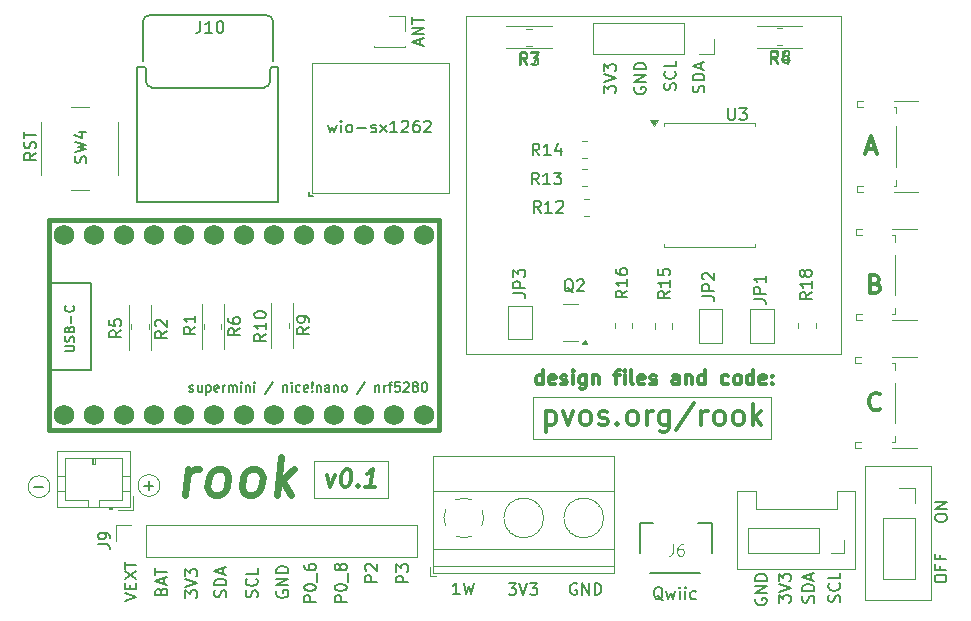
<source format=gbr>
%TF.GenerationSoftware,KiCad,Pcbnew,8.0.6-8.0.6-0~ubuntu24.04.1*%
%TF.CreationDate,2025-11-22T22:57:41-05:00*%
%TF.ProjectId,rook,726f6f6b-2e6b-4696-9361-645f70636258,rev?*%
%TF.SameCoordinates,Original*%
%TF.FileFunction,Legend,Top*%
%TF.FilePolarity,Positive*%
%FSLAX46Y46*%
G04 Gerber Fmt 4.6, Leading zero omitted, Abs format (unit mm)*
G04 Created by KiCad (PCBNEW 8.0.6-8.0.6-0~ubuntu24.04.1) date 2025-11-22 22:57:41*
%MOMM*%
%LPD*%
G01*
G04 APERTURE LIST*
%ADD10C,0.100000*%
%ADD11C,0.300000*%
%ADD12C,0.150000*%
%ADD13C,0.375000*%
%ADD14C,0.600000*%
%ADD15C,0.081280*%
%ADD16C,0.120000*%
%ADD17C,0.152400*%
%ADD18C,0.381000*%
%ADD19C,0.200000*%
%ADD20C,0.127000*%
%ADD21C,1.752600*%
G04 APERTURE END LIST*
D10*
X40450000Y-29900000D02*
X60550000Y-29900000D01*
X60550000Y-33500000D01*
X40450000Y-33500000D01*
X40450000Y-29900000D01*
D11*
X41247368Y-28837542D02*
X41247368Y-27637542D01*
X41247368Y-28780400D02*
X41133082Y-28837542D01*
X41133082Y-28837542D02*
X40904510Y-28837542D01*
X40904510Y-28837542D02*
X40790225Y-28780400D01*
X40790225Y-28780400D02*
X40733082Y-28723257D01*
X40733082Y-28723257D02*
X40675939Y-28608971D01*
X40675939Y-28608971D02*
X40675939Y-28266114D01*
X40675939Y-28266114D02*
X40733082Y-28151828D01*
X40733082Y-28151828D02*
X40790225Y-28094685D01*
X40790225Y-28094685D02*
X40904510Y-28037542D01*
X40904510Y-28037542D02*
X41133082Y-28037542D01*
X41133082Y-28037542D02*
X41247368Y-28094685D01*
X42275939Y-28780400D02*
X42161653Y-28837542D01*
X42161653Y-28837542D02*
X41933082Y-28837542D01*
X41933082Y-28837542D02*
X41818796Y-28780400D01*
X41818796Y-28780400D02*
X41761653Y-28666114D01*
X41761653Y-28666114D02*
X41761653Y-28208971D01*
X41761653Y-28208971D02*
X41818796Y-28094685D01*
X41818796Y-28094685D02*
X41933082Y-28037542D01*
X41933082Y-28037542D02*
X42161653Y-28037542D01*
X42161653Y-28037542D02*
X42275939Y-28094685D01*
X42275939Y-28094685D02*
X42333082Y-28208971D01*
X42333082Y-28208971D02*
X42333082Y-28323257D01*
X42333082Y-28323257D02*
X41761653Y-28437542D01*
X42790224Y-28780400D02*
X42904510Y-28837542D01*
X42904510Y-28837542D02*
X43133081Y-28837542D01*
X43133081Y-28837542D02*
X43247367Y-28780400D01*
X43247367Y-28780400D02*
X43304510Y-28666114D01*
X43304510Y-28666114D02*
X43304510Y-28608971D01*
X43304510Y-28608971D02*
X43247367Y-28494685D01*
X43247367Y-28494685D02*
X43133081Y-28437542D01*
X43133081Y-28437542D02*
X42961653Y-28437542D01*
X42961653Y-28437542D02*
X42847367Y-28380400D01*
X42847367Y-28380400D02*
X42790224Y-28266114D01*
X42790224Y-28266114D02*
X42790224Y-28208971D01*
X42790224Y-28208971D02*
X42847367Y-28094685D01*
X42847367Y-28094685D02*
X42961653Y-28037542D01*
X42961653Y-28037542D02*
X43133081Y-28037542D01*
X43133081Y-28037542D02*
X43247367Y-28094685D01*
X43818796Y-28837542D02*
X43818796Y-28037542D01*
X43818796Y-27637542D02*
X43761653Y-27694685D01*
X43761653Y-27694685D02*
X43818796Y-27751828D01*
X43818796Y-27751828D02*
X43875939Y-27694685D01*
X43875939Y-27694685D02*
X43818796Y-27637542D01*
X43818796Y-27637542D02*
X43818796Y-27751828D01*
X44904511Y-28037542D02*
X44904511Y-29008971D01*
X44904511Y-29008971D02*
X44847368Y-29123257D01*
X44847368Y-29123257D02*
X44790225Y-29180400D01*
X44790225Y-29180400D02*
X44675939Y-29237542D01*
X44675939Y-29237542D02*
X44504511Y-29237542D01*
X44504511Y-29237542D02*
X44390225Y-29180400D01*
X44904511Y-28780400D02*
X44790225Y-28837542D01*
X44790225Y-28837542D02*
X44561653Y-28837542D01*
X44561653Y-28837542D02*
X44447368Y-28780400D01*
X44447368Y-28780400D02*
X44390225Y-28723257D01*
X44390225Y-28723257D02*
X44333082Y-28608971D01*
X44333082Y-28608971D02*
X44333082Y-28266114D01*
X44333082Y-28266114D02*
X44390225Y-28151828D01*
X44390225Y-28151828D02*
X44447368Y-28094685D01*
X44447368Y-28094685D02*
X44561653Y-28037542D01*
X44561653Y-28037542D02*
X44790225Y-28037542D01*
X44790225Y-28037542D02*
X44904511Y-28094685D01*
X45475939Y-28037542D02*
X45475939Y-28837542D01*
X45475939Y-28151828D02*
X45533082Y-28094685D01*
X45533082Y-28094685D02*
X45647367Y-28037542D01*
X45647367Y-28037542D02*
X45818796Y-28037542D01*
X45818796Y-28037542D02*
X45933082Y-28094685D01*
X45933082Y-28094685D02*
X45990225Y-28208971D01*
X45990225Y-28208971D02*
X45990225Y-28837542D01*
X47304510Y-28037542D02*
X47761653Y-28037542D01*
X47475939Y-28837542D02*
X47475939Y-27808971D01*
X47475939Y-27808971D02*
X47533082Y-27694685D01*
X47533082Y-27694685D02*
X47647367Y-27637542D01*
X47647367Y-27637542D02*
X47761653Y-27637542D01*
X48161653Y-28837542D02*
X48161653Y-28037542D01*
X48161653Y-27637542D02*
X48104510Y-27694685D01*
X48104510Y-27694685D02*
X48161653Y-27751828D01*
X48161653Y-27751828D02*
X48218796Y-27694685D01*
X48218796Y-27694685D02*
X48161653Y-27637542D01*
X48161653Y-27637542D02*
X48161653Y-27751828D01*
X48904510Y-28837542D02*
X48790225Y-28780400D01*
X48790225Y-28780400D02*
X48733082Y-28666114D01*
X48733082Y-28666114D02*
X48733082Y-27637542D01*
X49818796Y-28780400D02*
X49704510Y-28837542D01*
X49704510Y-28837542D02*
X49475939Y-28837542D01*
X49475939Y-28837542D02*
X49361653Y-28780400D01*
X49361653Y-28780400D02*
X49304510Y-28666114D01*
X49304510Y-28666114D02*
X49304510Y-28208971D01*
X49304510Y-28208971D02*
X49361653Y-28094685D01*
X49361653Y-28094685D02*
X49475939Y-28037542D01*
X49475939Y-28037542D02*
X49704510Y-28037542D01*
X49704510Y-28037542D02*
X49818796Y-28094685D01*
X49818796Y-28094685D02*
X49875939Y-28208971D01*
X49875939Y-28208971D02*
X49875939Y-28323257D01*
X49875939Y-28323257D02*
X49304510Y-28437542D01*
X50333081Y-28780400D02*
X50447367Y-28837542D01*
X50447367Y-28837542D02*
X50675938Y-28837542D01*
X50675938Y-28837542D02*
X50790224Y-28780400D01*
X50790224Y-28780400D02*
X50847367Y-28666114D01*
X50847367Y-28666114D02*
X50847367Y-28608971D01*
X50847367Y-28608971D02*
X50790224Y-28494685D01*
X50790224Y-28494685D02*
X50675938Y-28437542D01*
X50675938Y-28437542D02*
X50504510Y-28437542D01*
X50504510Y-28437542D02*
X50390224Y-28380400D01*
X50390224Y-28380400D02*
X50333081Y-28266114D01*
X50333081Y-28266114D02*
X50333081Y-28208971D01*
X50333081Y-28208971D02*
X50390224Y-28094685D01*
X50390224Y-28094685D02*
X50504510Y-28037542D01*
X50504510Y-28037542D02*
X50675938Y-28037542D01*
X50675938Y-28037542D02*
X50790224Y-28094685D01*
X52790225Y-28837542D02*
X52790225Y-28208971D01*
X52790225Y-28208971D02*
X52733082Y-28094685D01*
X52733082Y-28094685D02*
X52618796Y-28037542D01*
X52618796Y-28037542D02*
X52390225Y-28037542D01*
X52390225Y-28037542D02*
X52275939Y-28094685D01*
X52790225Y-28780400D02*
X52675939Y-28837542D01*
X52675939Y-28837542D02*
X52390225Y-28837542D01*
X52390225Y-28837542D02*
X52275939Y-28780400D01*
X52275939Y-28780400D02*
X52218796Y-28666114D01*
X52218796Y-28666114D02*
X52218796Y-28551828D01*
X52218796Y-28551828D02*
X52275939Y-28437542D01*
X52275939Y-28437542D02*
X52390225Y-28380400D01*
X52390225Y-28380400D02*
X52675939Y-28380400D01*
X52675939Y-28380400D02*
X52790225Y-28323257D01*
X53361653Y-28037542D02*
X53361653Y-28837542D01*
X53361653Y-28151828D02*
X53418796Y-28094685D01*
X53418796Y-28094685D02*
X53533081Y-28037542D01*
X53533081Y-28037542D02*
X53704510Y-28037542D01*
X53704510Y-28037542D02*
X53818796Y-28094685D01*
X53818796Y-28094685D02*
X53875939Y-28208971D01*
X53875939Y-28208971D02*
X53875939Y-28837542D01*
X54961653Y-28837542D02*
X54961653Y-27637542D01*
X54961653Y-28780400D02*
X54847367Y-28837542D01*
X54847367Y-28837542D02*
X54618795Y-28837542D01*
X54618795Y-28837542D02*
X54504510Y-28780400D01*
X54504510Y-28780400D02*
X54447367Y-28723257D01*
X54447367Y-28723257D02*
X54390224Y-28608971D01*
X54390224Y-28608971D02*
X54390224Y-28266114D01*
X54390224Y-28266114D02*
X54447367Y-28151828D01*
X54447367Y-28151828D02*
X54504510Y-28094685D01*
X54504510Y-28094685D02*
X54618795Y-28037542D01*
X54618795Y-28037542D02*
X54847367Y-28037542D01*
X54847367Y-28037542D02*
X54961653Y-28094685D01*
X56961653Y-28780400D02*
X56847367Y-28837542D01*
X56847367Y-28837542D02*
X56618795Y-28837542D01*
X56618795Y-28837542D02*
X56504510Y-28780400D01*
X56504510Y-28780400D02*
X56447367Y-28723257D01*
X56447367Y-28723257D02*
X56390224Y-28608971D01*
X56390224Y-28608971D02*
X56390224Y-28266114D01*
X56390224Y-28266114D02*
X56447367Y-28151828D01*
X56447367Y-28151828D02*
X56504510Y-28094685D01*
X56504510Y-28094685D02*
X56618795Y-28037542D01*
X56618795Y-28037542D02*
X56847367Y-28037542D01*
X56847367Y-28037542D02*
X56961653Y-28094685D01*
X57647366Y-28837542D02*
X57533081Y-28780400D01*
X57533081Y-28780400D02*
X57475938Y-28723257D01*
X57475938Y-28723257D02*
X57418795Y-28608971D01*
X57418795Y-28608971D02*
X57418795Y-28266114D01*
X57418795Y-28266114D02*
X57475938Y-28151828D01*
X57475938Y-28151828D02*
X57533081Y-28094685D01*
X57533081Y-28094685D02*
X57647366Y-28037542D01*
X57647366Y-28037542D02*
X57818795Y-28037542D01*
X57818795Y-28037542D02*
X57933081Y-28094685D01*
X57933081Y-28094685D02*
X57990224Y-28151828D01*
X57990224Y-28151828D02*
X58047366Y-28266114D01*
X58047366Y-28266114D02*
X58047366Y-28608971D01*
X58047366Y-28608971D02*
X57990224Y-28723257D01*
X57990224Y-28723257D02*
X57933081Y-28780400D01*
X57933081Y-28780400D02*
X57818795Y-28837542D01*
X57818795Y-28837542D02*
X57647366Y-28837542D01*
X59075938Y-28837542D02*
X59075938Y-27637542D01*
X59075938Y-28780400D02*
X58961652Y-28837542D01*
X58961652Y-28837542D02*
X58733080Y-28837542D01*
X58733080Y-28837542D02*
X58618795Y-28780400D01*
X58618795Y-28780400D02*
X58561652Y-28723257D01*
X58561652Y-28723257D02*
X58504509Y-28608971D01*
X58504509Y-28608971D02*
X58504509Y-28266114D01*
X58504509Y-28266114D02*
X58561652Y-28151828D01*
X58561652Y-28151828D02*
X58618795Y-28094685D01*
X58618795Y-28094685D02*
X58733080Y-28037542D01*
X58733080Y-28037542D02*
X58961652Y-28037542D01*
X58961652Y-28037542D02*
X59075938Y-28094685D01*
X60104509Y-28780400D02*
X59990223Y-28837542D01*
X59990223Y-28837542D02*
X59761652Y-28837542D01*
X59761652Y-28837542D02*
X59647366Y-28780400D01*
X59647366Y-28780400D02*
X59590223Y-28666114D01*
X59590223Y-28666114D02*
X59590223Y-28208971D01*
X59590223Y-28208971D02*
X59647366Y-28094685D01*
X59647366Y-28094685D02*
X59761652Y-28037542D01*
X59761652Y-28037542D02*
X59990223Y-28037542D01*
X59990223Y-28037542D02*
X60104509Y-28094685D01*
X60104509Y-28094685D02*
X60161652Y-28208971D01*
X60161652Y-28208971D02*
X60161652Y-28323257D01*
X60161652Y-28323257D02*
X59590223Y-28437542D01*
X60675937Y-28723257D02*
X60733080Y-28780400D01*
X60733080Y-28780400D02*
X60675937Y-28837542D01*
X60675937Y-28837542D02*
X60618794Y-28780400D01*
X60618794Y-28780400D02*
X60675937Y-28723257D01*
X60675937Y-28723257D02*
X60675937Y-28837542D01*
X60675937Y-28094685D02*
X60733080Y-28151828D01*
X60733080Y-28151828D02*
X60675937Y-28208971D01*
X60675937Y-28208971D02*
X60618794Y-28151828D01*
X60618794Y-28151828D02*
X60675937Y-28094685D01*
X60675937Y-28094685D02*
X60675937Y-28208971D01*
D10*
X8821954Y-37400000D02*
G75*
G02*
X6978046Y-37400000I-921954J0D01*
G01*
X6978046Y-37400000D02*
G75*
G02*
X8821954Y-37400000I921954J0D01*
G01*
X-478046Y-37500000D02*
G75*
G02*
X-2321954Y-37500000I-921954J0D01*
G01*
X-2321954Y-37500000D02*
G75*
G02*
X-478046Y-37500000I921954J0D01*
G01*
D11*
X41475939Y-31064114D02*
X41475939Y-32864114D01*
X41475939Y-31149828D02*
X41647368Y-31064114D01*
X41647368Y-31064114D02*
X41990225Y-31064114D01*
X41990225Y-31064114D02*
X42161653Y-31149828D01*
X42161653Y-31149828D02*
X42247368Y-31235542D01*
X42247368Y-31235542D02*
X42333082Y-31406971D01*
X42333082Y-31406971D02*
X42333082Y-31921257D01*
X42333082Y-31921257D02*
X42247368Y-32092685D01*
X42247368Y-32092685D02*
X42161653Y-32178400D01*
X42161653Y-32178400D02*
X41990225Y-32264114D01*
X41990225Y-32264114D02*
X41647368Y-32264114D01*
X41647368Y-32264114D02*
X41475939Y-32178400D01*
X42933081Y-31064114D02*
X43361653Y-32264114D01*
X43361653Y-32264114D02*
X43790224Y-31064114D01*
X44733082Y-32264114D02*
X44561653Y-32178400D01*
X44561653Y-32178400D02*
X44475939Y-32092685D01*
X44475939Y-32092685D02*
X44390225Y-31921257D01*
X44390225Y-31921257D02*
X44390225Y-31406971D01*
X44390225Y-31406971D02*
X44475939Y-31235542D01*
X44475939Y-31235542D02*
X44561653Y-31149828D01*
X44561653Y-31149828D02*
X44733082Y-31064114D01*
X44733082Y-31064114D02*
X44990225Y-31064114D01*
X44990225Y-31064114D02*
X45161653Y-31149828D01*
X45161653Y-31149828D02*
X45247368Y-31235542D01*
X45247368Y-31235542D02*
X45333082Y-31406971D01*
X45333082Y-31406971D02*
X45333082Y-31921257D01*
X45333082Y-31921257D02*
X45247368Y-32092685D01*
X45247368Y-32092685D02*
X45161653Y-32178400D01*
X45161653Y-32178400D02*
X44990225Y-32264114D01*
X44990225Y-32264114D02*
X44733082Y-32264114D01*
X46018796Y-32178400D02*
X46190224Y-32264114D01*
X46190224Y-32264114D02*
X46533081Y-32264114D01*
X46533081Y-32264114D02*
X46704510Y-32178400D01*
X46704510Y-32178400D02*
X46790224Y-32006971D01*
X46790224Y-32006971D02*
X46790224Y-31921257D01*
X46790224Y-31921257D02*
X46704510Y-31749828D01*
X46704510Y-31749828D02*
X46533081Y-31664114D01*
X46533081Y-31664114D02*
X46275939Y-31664114D01*
X46275939Y-31664114D02*
X46104510Y-31578400D01*
X46104510Y-31578400D02*
X46018796Y-31406971D01*
X46018796Y-31406971D02*
X46018796Y-31321257D01*
X46018796Y-31321257D02*
X46104510Y-31149828D01*
X46104510Y-31149828D02*
X46275939Y-31064114D01*
X46275939Y-31064114D02*
X46533081Y-31064114D01*
X46533081Y-31064114D02*
X46704510Y-31149828D01*
X47561653Y-32092685D02*
X47647367Y-32178400D01*
X47647367Y-32178400D02*
X47561653Y-32264114D01*
X47561653Y-32264114D02*
X47475939Y-32178400D01*
X47475939Y-32178400D02*
X47561653Y-32092685D01*
X47561653Y-32092685D02*
X47561653Y-32264114D01*
X48675939Y-32264114D02*
X48504510Y-32178400D01*
X48504510Y-32178400D02*
X48418796Y-32092685D01*
X48418796Y-32092685D02*
X48333082Y-31921257D01*
X48333082Y-31921257D02*
X48333082Y-31406971D01*
X48333082Y-31406971D02*
X48418796Y-31235542D01*
X48418796Y-31235542D02*
X48504510Y-31149828D01*
X48504510Y-31149828D02*
X48675939Y-31064114D01*
X48675939Y-31064114D02*
X48933082Y-31064114D01*
X48933082Y-31064114D02*
X49104510Y-31149828D01*
X49104510Y-31149828D02*
X49190225Y-31235542D01*
X49190225Y-31235542D02*
X49275939Y-31406971D01*
X49275939Y-31406971D02*
X49275939Y-31921257D01*
X49275939Y-31921257D02*
X49190225Y-32092685D01*
X49190225Y-32092685D02*
X49104510Y-32178400D01*
X49104510Y-32178400D02*
X48933082Y-32264114D01*
X48933082Y-32264114D02*
X48675939Y-32264114D01*
X50047367Y-32264114D02*
X50047367Y-31064114D01*
X50047367Y-31406971D02*
X50133081Y-31235542D01*
X50133081Y-31235542D02*
X50218796Y-31149828D01*
X50218796Y-31149828D02*
X50390224Y-31064114D01*
X50390224Y-31064114D02*
X50561653Y-31064114D01*
X51933082Y-31064114D02*
X51933082Y-32521257D01*
X51933082Y-32521257D02*
X51847367Y-32692685D01*
X51847367Y-32692685D02*
X51761653Y-32778400D01*
X51761653Y-32778400D02*
X51590224Y-32864114D01*
X51590224Y-32864114D02*
X51333082Y-32864114D01*
X51333082Y-32864114D02*
X51161653Y-32778400D01*
X51933082Y-32178400D02*
X51761653Y-32264114D01*
X51761653Y-32264114D02*
X51418796Y-32264114D01*
X51418796Y-32264114D02*
X51247367Y-32178400D01*
X51247367Y-32178400D02*
X51161653Y-32092685D01*
X51161653Y-32092685D02*
X51075939Y-31921257D01*
X51075939Y-31921257D02*
X51075939Y-31406971D01*
X51075939Y-31406971D02*
X51161653Y-31235542D01*
X51161653Y-31235542D02*
X51247367Y-31149828D01*
X51247367Y-31149828D02*
X51418796Y-31064114D01*
X51418796Y-31064114D02*
X51761653Y-31064114D01*
X51761653Y-31064114D02*
X51933082Y-31149828D01*
X54075938Y-30378400D02*
X52533081Y-32692685D01*
X54675938Y-32264114D02*
X54675938Y-31064114D01*
X54675938Y-31406971D02*
X54761652Y-31235542D01*
X54761652Y-31235542D02*
X54847367Y-31149828D01*
X54847367Y-31149828D02*
X55018795Y-31064114D01*
X55018795Y-31064114D02*
X55190224Y-31064114D01*
X56047367Y-32264114D02*
X55875938Y-32178400D01*
X55875938Y-32178400D02*
X55790224Y-32092685D01*
X55790224Y-32092685D02*
X55704510Y-31921257D01*
X55704510Y-31921257D02*
X55704510Y-31406971D01*
X55704510Y-31406971D02*
X55790224Y-31235542D01*
X55790224Y-31235542D02*
X55875938Y-31149828D01*
X55875938Y-31149828D02*
X56047367Y-31064114D01*
X56047367Y-31064114D02*
X56304510Y-31064114D01*
X56304510Y-31064114D02*
X56475938Y-31149828D01*
X56475938Y-31149828D02*
X56561653Y-31235542D01*
X56561653Y-31235542D02*
X56647367Y-31406971D01*
X56647367Y-31406971D02*
X56647367Y-31921257D01*
X56647367Y-31921257D02*
X56561653Y-32092685D01*
X56561653Y-32092685D02*
X56475938Y-32178400D01*
X56475938Y-32178400D02*
X56304510Y-32264114D01*
X56304510Y-32264114D02*
X56047367Y-32264114D01*
X57675938Y-32264114D02*
X57504509Y-32178400D01*
X57504509Y-32178400D02*
X57418795Y-32092685D01*
X57418795Y-32092685D02*
X57333081Y-31921257D01*
X57333081Y-31921257D02*
X57333081Y-31406971D01*
X57333081Y-31406971D02*
X57418795Y-31235542D01*
X57418795Y-31235542D02*
X57504509Y-31149828D01*
X57504509Y-31149828D02*
X57675938Y-31064114D01*
X57675938Y-31064114D02*
X57933081Y-31064114D01*
X57933081Y-31064114D02*
X58104509Y-31149828D01*
X58104509Y-31149828D02*
X58190224Y-31235542D01*
X58190224Y-31235542D02*
X58275938Y-31406971D01*
X58275938Y-31406971D02*
X58275938Y-31921257D01*
X58275938Y-31921257D02*
X58190224Y-32092685D01*
X58190224Y-32092685D02*
X58104509Y-32178400D01*
X58104509Y-32178400D02*
X57933081Y-32264114D01*
X57933081Y-32264114D02*
X57675938Y-32264114D01*
X59047366Y-32264114D02*
X59047366Y-30464114D01*
X59218795Y-31578400D02*
X59733080Y-32264114D01*
X59733080Y-31064114D02*
X59047366Y-31749828D01*
D10*
X21900000Y-35300000D02*
X28100000Y-35300000D01*
X28100000Y-38500000D01*
X21900000Y-38500000D01*
X21900000Y-35300000D01*
D12*
X22039819Y-47263220D02*
X21039819Y-47263220D01*
X21039819Y-47263220D02*
X21039819Y-46882268D01*
X21039819Y-46882268D02*
X21087438Y-46787030D01*
X21087438Y-46787030D02*
X21135057Y-46739411D01*
X21135057Y-46739411D02*
X21230295Y-46691792D01*
X21230295Y-46691792D02*
X21373152Y-46691792D01*
X21373152Y-46691792D02*
X21468390Y-46739411D01*
X21468390Y-46739411D02*
X21516009Y-46787030D01*
X21516009Y-46787030D02*
X21563628Y-46882268D01*
X21563628Y-46882268D02*
X21563628Y-47263220D01*
X21039819Y-46072744D02*
X21039819Y-45977506D01*
X21039819Y-45977506D02*
X21087438Y-45882268D01*
X21087438Y-45882268D02*
X21135057Y-45834649D01*
X21135057Y-45834649D02*
X21230295Y-45787030D01*
X21230295Y-45787030D02*
X21420771Y-45739411D01*
X21420771Y-45739411D02*
X21658866Y-45739411D01*
X21658866Y-45739411D02*
X21849342Y-45787030D01*
X21849342Y-45787030D02*
X21944580Y-45834649D01*
X21944580Y-45834649D02*
X21992200Y-45882268D01*
X21992200Y-45882268D02*
X22039819Y-45977506D01*
X22039819Y-45977506D02*
X22039819Y-46072744D01*
X22039819Y-46072744D02*
X21992200Y-46167982D01*
X21992200Y-46167982D02*
X21944580Y-46215601D01*
X21944580Y-46215601D02*
X21849342Y-46263220D01*
X21849342Y-46263220D02*
X21658866Y-46310839D01*
X21658866Y-46310839D02*
X21420771Y-46310839D01*
X21420771Y-46310839D02*
X21230295Y-46263220D01*
X21230295Y-46263220D02*
X21135057Y-46215601D01*
X21135057Y-46215601D02*
X21087438Y-46167982D01*
X21087438Y-46167982D02*
X21039819Y-46072744D01*
X22135057Y-45548935D02*
X22135057Y-44787030D01*
X21039819Y-44120363D02*
X21039819Y-44310839D01*
X21039819Y-44310839D02*
X21087438Y-44406077D01*
X21087438Y-44406077D02*
X21135057Y-44453696D01*
X21135057Y-44453696D02*
X21277914Y-44548934D01*
X21277914Y-44548934D02*
X21468390Y-44596553D01*
X21468390Y-44596553D02*
X21849342Y-44596553D01*
X21849342Y-44596553D02*
X21944580Y-44548934D01*
X21944580Y-44548934D02*
X21992200Y-44501315D01*
X21992200Y-44501315D02*
X22039819Y-44406077D01*
X22039819Y-44406077D02*
X22039819Y-44215601D01*
X22039819Y-44215601D02*
X21992200Y-44120363D01*
X21992200Y-44120363D02*
X21944580Y-44072744D01*
X21944580Y-44072744D02*
X21849342Y-44025125D01*
X21849342Y-44025125D02*
X21611247Y-44025125D01*
X21611247Y-44025125D02*
X21516009Y-44072744D01*
X21516009Y-44072744D02*
X21468390Y-44120363D01*
X21468390Y-44120363D02*
X21420771Y-44215601D01*
X21420771Y-44215601D02*
X21420771Y-44406077D01*
X21420771Y-44406077D02*
X21468390Y-44501315D01*
X21468390Y-44501315D02*
X21516009Y-44548934D01*
X21516009Y-44548934D02*
X21611247Y-44596553D01*
D11*
X69404510Y-20315114D02*
X69618796Y-20386542D01*
X69618796Y-20386542D02*
X69690225Y-20457971D01*
X69690225Y-20457971D02*
X69761653Y-20600828D01*
X69761653Y-20600828D02*
X69761653Y-20815114D01*
X69761653Y-20815114D02*
X69690225Y-20957971D01*
X69690225Y-20957971D02*
X69618796Y-21029400D01*
X69618796Y-21029400D02*
X69475939Y-21100828D01*
X69475939Y-21100828D02*
X68904510Y-21100828D01*
X68904510Y-21100828D02*
X68904510Y-19600828D01*
X68904510Y-19600828D02*
X69404510Y-19600828D01*
X69404510Y-19600828D02*
X69547368Y-19672257D01*
X69547368Y-19672257D02*
X69618796Y-19743685D01*
X69618796Y-19743685D02*
X69690225Y-19886542D01*
X69690225Y-19886542D02*
X69690225Y-20029400D01*
X69690225Y-20029400D02*
X69618796Y-20172257D01*
X69618796Y-20172257D02*
X69547368Y-20243685D01*
X69547368Y-20243685D02*
X69404510Y-20315114D01*
X69404510Y-20315114D02*
X68904510Y-20315114D01*
D12*
X-1680180Y-9241792D02*
X-2156371Y-9575125D01*
X-1680180Y-9813220D02*
X-2680180Y-9813220D01*
X-2680180Y-9813220D02*
X-2680180Y-9432268D01*
X-2680180Y-9432268D02*
X-2632561Y-9337030D01*
X-2632561Y-9337030D02*
X-2584942Y-9289411D01*
X-2584942Y-9289411D02*
X-2489704Y-9241792D01*
X-2489704Y-9241792D02*
X-2346847Y-9241792D01*
X-2346847Y-9241792D02*
X-2251609Y-9289411D01*
X-2251609Y-9289411D02*
X-2203990Y-9337030D01*
X-2203990Y-9337030D02*
X-2156371Y-9432268D01*
X-2156371Y-9432268D02*
X-2156371Y-9813220D01*
X-1727800Y-8860839D02*
X-1680180Y-8717982D01*
X-1680180Y-8717982D02*
X-1680180Y-8479887D01*
X-1680180Y-8479887D02*
X-1727800Y-8384649D01*
X-1727800Y-8384649D02*
X-1775419Y-8337030D01*
X-1775419Y-8337030D02*
X-1870657Y-8289411D01*
X-1870657Y-8289411D02*
X-1965895Y-8289411D01*
X-1965895Y-8289411D02*
X-2061133Y-8337030D01*
X-2061133Y-8337030D02*
X-2108752Y-8384649D01*
X-2108752Y-8384649D02*
X-2156371Y-8479887D01*
X-2156371Y-8479887D02*
X-2203990Y-8670363D01*
X-2203990Y-8670363D02*
X-2251609Y-8765601D01*
X-2251609Y-8765601D02*
X-2299228Y-8813220D01*
X-2299228Y-8813220D02*
X-2394466Y-8860839D01*
X-2394466Y-8860839D02*
X-2489704Y-8860839D01*
X-2489704Y-8860839D02*
X-2584942Y-8813220D01*
X-2584942Y-8813220D02*
X-2632561Y-8765601D01*
X-2632561Y-8765601D02*
X-2680180Y-8670363D01*
X-2680180Y-8670363D02*
X-2680180Y-8432268D01*
X-2680180Y-8432268D02*
X-2632561Y-8289411D01*
X-2680180Y-8003696D02*
X-2680180Y-7432268D01*
X-1680180Y-7717982D02*
X-2680180Y-7717982D01*
X17042200Y-46860839D02*
X17089819Y-46717982D01*
X17089819Y-46717982D02*
X17089819Y-46479887D01*
X17089819Y-46479887D02*
X17042200Y-46384649D01*
X17042200Y-46384649D02*
X16994580Y-46337030D01*
X16994580Y-46337030D02*
X16899342Y-46289411D01*
X16899342Y-46289411D02*
X16804104Y-46289411D01*
X16804104Y-46289411D02*
X16708866Y-46337030D01*
X16708866Y-46337030D02*
X16661247Y-46384649D01*
X16661247Y-46384649D02*
X16613628Y-46479887D01*
X16613628Y-46479887D02*
X16566009Y-46670363D01*
X16566009Y-46670363D02*
X16518390Y-46765601D01*
X16518390Y-46765601D02*
X16470771Y-46813220D01*
X16470771Y-46813220D02*
X16375533Y-46860839D01*
X16375533Y-46860839D02*
X16280295Y-46860839D01*
X16280295Y-46860839D02*
X16185057Y-46813220D01*
X16185057Y-46813220D02*
X16137438Y-46765601D01*
X16137438Y-46765601D02*
X16089819Y-46670363D01*
X16089819Y-46670363D02*
X16089819Y-46432268D01*
X16089819Y-46432268D02*
X16137438Y-46289411D01*
X16994580Y-45289411D02*
X17042200Y-45337030D01*
X17042200Y-45337030D02*
X17089819Y-45479887D01*
X17089819Y-45479887D02*
X17089819Y-45575125D01*
X17089819Y-45575125D02*
X17042200Y-45717982D01*
X17042200Y-45717982D02*
X16946961Y-45813220D01*
X16946961Y-45813220D02*
X16851723Y-45860839D01*
X16851723Y-45860839D02*
X16661247Y-45908458D01*
X16661247Y-45908458D02*
X16518390Y-45908458D01*
X16518390Y-45908458D02*
X16327914Y-45860839D01*
X16327914Y-45860839D02*
X16232676Y-45813220D01*
X16232676Y-45813220D02*
X16137438Y-45717982D01*
X16137438Y-45717982D02*
X16089819Y-45575125D01*
X16089819Y-45575125D02*
X16089819Y-45479887D01*
X16089819Y-45479887D02*
X16137438Y-45337030D01*
X16137438Y-45337030D02*
X16185057Y-45289411D01*
X17089819Y-44384649D02*
X17089819Y-44860839D01*
X17089819Y-44860839D02*
X16089819Y-44860839D01*
X7888866Y-37785174D02*
X7888866Y-37023270D01*
X8269819Y-37404222D02*
X7507914Y-37404222D01*
X46419819Y-4158458D02*
X46419819Y-3539411D01*
X46419819Y-3539411D02*
X46800771Y-3872744D01*
X46800771Y-3872744D02*
X46800771Y-3729887D01*
X46800771Y-3729887D02*
X46848390Y-3634649D01*
X46848390Y-3634649D02*
X46896009Y-3587030D01*
X46896009Y-3587030D02*
X46991247Y-3539411D01*
X46991247Y-3539411D02*
X47229342Y-3539411D01*
X47229342Y-3539411D02*
X47324580Y-3587030D01*
X47324580Y-3587030D02*
X47372200Y-3634649D01*
X47372200Y-3634649D02*
X47419819Y-3729887D01*
X47419819Y-3729887D02*
X47419819Y-4015601D01*
X47419819Y-4015601D02*
X47372200Y-4110839D01*
X47372200Y-4110839D02*
X47324580Y-4158458D01*
X46419819Y-3253696D02*
X47419819Y-2920363D01*
X47419819Y-2920363D02*
X46419819Y-2587030D01*
X46419819Y-2348934D02*
X46419819Y-1729887D01*
X46419819Y-1729887D02*
X46800771Y-2063220D01*
X46800771Y-2063220D02*
X46800771Y-1920363D01*
X46800771Y-1920363D02*
X46848390Y-1825125D01*
X46848390Y-1825125D02*
X46896009Y-1777506D01*
X46896009Y-1777506D02*
X46991247Y-1729887D01*
X46991247Y-1729887D02*
X47229342Y-1729887D01*
X47229342Y-1729887D02*
X47324580Y-1777506D01*
X47324580Y-1777506D02*
X47372200Y-1825125D01*
X47372200Y-1825125D02*
X47419819Y-1920363D01*
X47419819Y-1920363D02*
X47419819Y-2206077D01*
X47419819Y-2206077D02*
X47372200Y-2301315D01*
X47372200Y-2301315D02*
X47324580Y-2348934D01*
X66372200Y-47260839D02*
X66419819Y-47117982D01*
X66419819Y-47117982D02*
X66419819Y-46879887D01*
X66419819Y-46879887D02*
X66372200Y-46784649D01*
X66372200Y-46784649D02*
X66324580Y-46737030D01*
X66324580Y-46737030D02*
X66229342Y-46689411D01*
X66229342Y-46689411D02*
X66134104Y-46689411D01*
X66134104Y-46689411D02*
X66038866Y-46737030D01*
X66038866Y-46737030D02*
X65991247Y-46784649D01*
X65991247Y-46784649D02*
X65943628Y-46879887D01*
X65943628Y-46879887D02*
X65896009Y-47070363D01*
X65896009Y-47070363D02*
X65848390Y-47165601D01*
X65848390Y-47165601D02*
X65800771Y-47213220D01*
X65800771Y-47213220D02*
X65705533Y-47260839D01*
X65705533Y-47260839D02*
X65610295Y-47260839D01*
X65610295Y-47260839D02*
X65515057Y-47213220D01*
X65515057Y-47213220D02*
X65467438Y-47165601D01*
X65467438Y-47165601D02*
X65419819Y-47070363D01*
X65419819Y-47070363D02*
X65419819Y-46832268D01*
X65419819Y-46832268D02*
X65467438Y-46689411D01*
X66324580Y-45689411D02*
X66372200Y-45737030D01*
X66372200Y-45737030D02*
X66419819Y-45879887D01*
X66419819Y-45879887D02*
X66419819Y-45975125D01*
X66419819Y-45975125D02*
X66372200Y-46117982D01*
X66372200Y-46117982D02*
X66276961Y-46213220D01*
X66276961Y-46213220D02*
X66181723Y-46260839D01*
X66181723Y-46260839D02*
X65991247Y-46308458D01*
X65991247Y-46308458D02*
X65848390Y-46308458D01*
X65848390Y-46308458D02*
X65657914Y-46260839D01*
X65657914Y-46260839D02*
X65562676Y-46213220D01*
X65562676Y-46213220D02*
X65467438Y-46117982D01*
X65467438Y-46117982D02*
X65419819Y-45975125D01*
X65419819Y-45975125D02*
X65419819Y-45879887D01*
X65419819Y-45879887D02*
X65467438Y-45737030D01*
X65467438Y-45737030D02*
X65515057Y-45689411D01*
X66419819Y-44784649D02*
X66419819Y-45260839D01*
X66419819Y-45260839D02*
X65419819Y-45260839D01*
X74419819Y-45372744D02*
X74419819Y-45182268D01*
X74419819Y-45182268D02*
X74467438Y-45087030D01*
X74467438Y-45087030D02*
X74562676Y-44991792D01*
X74562676Y-44991792D02*
X74753152Y-44944173D01*
X74753152Y-44944173D02*
X75086485Y-44944173D01*
X75086485Y-44944173D02*
X75276961Y-44991792D01*
X75276961Y-44991792D02*
X75372200Y-45087030D01*
X75372200Y-45087030D02*
X75419819Y-45182268D01*
X75419819Y-45182268D02*
X75419819Y-45372744D01*
X75419819Y-45372744D02*
X75372200Y-45467982D01*
X75372200Y-45467982D02*
X75276961Y-45563220D01*
X75276961Y-45563220D02*
X75086485Y-45610839D01*
X75086485Y-45610839D02*
X74753152Y-45610839D01*
X74753152Y-45610839D02*
X74562676Y-45563220D01*
X74562676Y-45563220D02*
X74467438Y-45467982D01*
X74467438Y-45467982D02*
X74419819Y-45372744D01*
X74896009Y-44182268D02*
X74896009Y-44515601D01*
X75419819Y-44515601D02*
X74419819Y-44515601D01*
X74419819Y-44515601D02*
X74419819Y-44039411D01*
X74896009Y-43325125D02*
X74896009Y-43658458D01*
X75419819Y-43658458D02*
X74419819Y-43658458D01*
X74419819Y-43658458D02*
X74419819Y-43182268D01*
X49017438Y-3689411D02*
X48969819Y-3784649D01*
X48969819Y-3784649D02*
X48969819Y-3927506D01*
X48969819Y-3927506D02*
X49017438Y-4070363D01*
X49017438Y-4070363D02*
X49112676Y-4165601D01*
X49112676Y-4165601D02*
X49207914Y-4213220D01*
X49207914Y-4213220D02*
X49398390Y-4260839D01*
X49398390Y-4260839D02*
X49541247Y-4260839D01*
X49541247Y-4260839D02*
X49731723Y-4213220D01*
X49731723Y-4213220D02*
X49826961Y-4165601D01*
X49826961Y-4165601D02*
X49922200Y-4070363D01*
X49922200Y-4070363D02*
X49969819Y-3927506D01*
X49969819Y-3927506D02*
X49969819Y-3832268D01*
X49969819Y-3832268D02*
X49922200Y-3689411D01*
X49922200Y-3689411D02*
X49874580Y-3641792D01*
X49874580Y-3641792D02*
X49541247Y-3641792D01*
X49541247Y-3641792D02*
X49541247Y-3832268D01*
X49969819Y-3213220D02*
X48969819Y-3213220D01*
X48969819Y-3213220D02*
X49969819Y-2641792D01*
X49969819Y-2641792D02*
X48969819Y-2641792D01*
X49969819Y-2165601D02*
X48969819Y-2165601D01*
X48969819Y-2165601D02*
X48969819Y-1927506D01*
X48969819Y-1927506D02*
X49017438Y-1784649D01*
X49017438Y-1784649D02*
X49112676Y-1689411D01*
X49112676Y-1689411D02*
X49207914Y-1641792D01*
X49207914Y-1641792D02*
X49398390Y-1594173D01*
X49398390Y-1594173D02*
X49541247Y-1594173D01*
X49541247Y-1594173D02*
X49731723Y-1641792D01*
X49731723Y-1641792D02*
X49826961Y-1689411D01*
X49826961Y-1689411D02*
X49922200Y-1784649D01*
X49922200Y-1784649D02*
X49969819Y-1927506D01*
X49969819Y-1927506D02*
X49969819Y-2165601D01*
X64172200Y-47308458D02*
X64219819Y-47165601D01*
X64219819Y-47165601D02*
X64219819Y-46927506D01*
X64219819Y-46927506D02*
X64172200Y-46832268D01*
X64172200Y-46832268D02*
X64124580Y-46784649D01*
X64124580Y-46784649D02*
X64029342Y-46737030D01*
X64029342Y-46737030D02*
X63934104Y-46737030D01*
X63934104Y-46737030D02*
X63838866Y-46784649D01*
X63838866Y-46784649D02*
X63791247Y-46832268D01*
X63791247Y-46832268D02*
X63743628Y-46927506D01*
X63743628Y-46927506D02*
X63696009Y-47117982D01*
X63696009Y-47117982D02*
X63648390Y-47213220D01*
X63648390Y-47213220D02*
X63600771Y-47260839D01*
X63600771Y-47260839D02*
X63505533Y-47308458D01*
X63505533Y-47308458D02*
X63410295Y-47308458D01*
X63410295Y-47308458D02*
X63315057Y-47260839D01*
X63315057Y-47260839D02*
X63267438Y-47213220D01*
X63267438Y-47213220D02*
X63219819Y-47117982D01*
X63219819Y-47117982D02*
X63219819Y-46879887D01*
X63219819Y-46879887D02*
X63267438Y-46737030D01*
X64219819Y-46308458D02*
X63219819Y-46308458D01*
X63219819Y-46308458D02*
X63219819Y-46070363D01*
X63219819Y-46070363D02*
X63267438Y-45927506D01*
X63267438Y-45927506D02*
X63362676Y-45832268D01*
X63362676Y-45832268D02*
X63457914Y-45784649D01*
X63457914Y-45784649D02*
X63648390Y-45737030D01*
X63648390Y-45737030D02*
X63791247Y-45737030D01*
X63791247Y-45737030D02*
X63981723Y-45784649D01*
X63981723Y-45784649D02*
X64076961Y-45832268D01*
X64076961Y-45832268D02*
X64172200Y-45927506D01*
X64172200Y-45927506D02*
X64219819Y-46070363D01*
X64219819Y-46070363D02*
X64219819Y-46308458D01*
X63934104Y-45356077D02*
X63934104Y-44879887D01*
X64219819Y-45451315D02*
X63219819Y-45117982D01*
X63219819Y-45117982D02*
X64219819Y-44784649D01*
X30869104Y-102856D02*
X30869104Y373333D01*
X31154819Y-198094D02*
X30154819Y135238D01*
X30154819Y135238D02*
X31154819Y468571D01*
X31154819Y801905D02*
X30154819Y801905D01*
X30154819Y801905D02*
X31154819Y1373333D01*
X31154819Y1373333D02*
X30154819Y1373333D01*
X30154819Y1706667D02*
X30154819Y2278095D01*
X31154819Y1992381D02*
X30154819Y1992381D01*
X10989819Y-46908458D02*
X10989819Y-46289411D01*
X10989819Y-46289411D02*
X11370771Y-46622744D01*
X11370771Y-46622744D02*
X11370771Y-46479887D01*
X11370771Y-46479887D02*
X11418390Y-46384649D01*
X11418390Y-46384649D02*
X11466009Y-46337030D01*
X11466009Y-46337030D02*
X11561247Y-46289411D01*
X11561247Y-46289411D02*
X11799342Y-46289411D01*
X11799342Y-46289411D02*
X11894580Y-46337030D01*
X11894580Y-46337030D02*
X11942200Y-46384649D01*
X11942200Y-46384649D02*
X11989819Y-46479887D01*
X11989819Y-46479887D02*
X11989819Y-46765601D01*
X11989819Y-46765601D02*
X11942200Y-46860839D01*
X11942200Y-46860839D02*
X11894580Y-46908458D01*
X10989819Y-46003696D02*
X11989819Y-45670363D01*
X11989819Y-45670363D02*
X10989819Y-45337030D01*
X10989819Y-45098934D02*
X10989819Y-44479887D01*
X10989819Y-44479887D02*
X11370771Y-44813220D01*
X11370771Y-44813220D02*
X11370771Y-44670363D01*
X11370771Y-44670363D02*
X11418390Y-44575125D01*
X11418390Y-44575125D02*
X11466009Y-44527506D01*
X11466009Y-44527506D02*
X11561247Y-44479887D01*
X11561247Y-44479887D02*
X11799342Y-44479887D01*
X11799342Y-44479887D02*
X11894580Y-44527506D01*
X11894580Y-44527506D02*
X11942200Y-44575125D01*
X11942200Y-44575125D02*
X11989819Y-44670363D01*
X11989819Y-44670363D02*
X11989819Y-44956077D01*
X11989819Y-44956077D02*
X11942200Y-45051315D01*
X11942200Y-45051315D02*
X11894580Y-45098934D01*
X52472200Y-3910839D02*
X52519819Y-3767982D01*
X52519819Y-3767982D02*
X52519819Y-3529887D01*
X52519819Y-3529887D02*
X52472200Y-3434649D01*
X52472200Y-3434649D02*
X52424580Y-3387030D01*
X52424580Y-3387030D02*
X52329342Y-3339411D01*
X52329342Y-3339411D02*
X52234104Y-3339411D01*
X52234104Y-3339411D02*
X52138866Y-3387030D01*
X52138866Y-3387030D02*
X52091247Y-3434649D01*
X52091247Y-3434649D02*
X52043628Y-3529887D01*
X52043628Y-3529887D02*
X51996009Y-3720363D01*
X51996009Y-3720363D02*
X51948390Y-3815601D01*
X51948390Y-3815601D02*
X51900771Y-3863220D01*
X51900771Y-3863220D02*
X51805533Y-3910839D01*
X51805533Y-3910839D02*
X51710295Y-3910839D01*
X51710295Y-3910839D02*
X51615057Y-3863220D01*
X51615057Y-3863220D02*
X51567438Y-3815601D01*
X51567438Y-3815601D02*
X51519819Y-3720363D01*
X51519819Y-3720363D02*
X51519819Y-3482268D01*
X51519819Y-3482268D02*
X51567438Y-3339411D01*
X52424580Y-2339411D02*
X52472200Y-2387030D01*
X52472200Y-2387030D02*
X52519819Y-2529887D01*
X52519819Y-2529887D02*
X52519819Y-2625125D01*
X52519819Y-2625125D02*
X52472200Y-2767982D01*
X52472200Y-2767982D02*
X52376961Y-2863220D01*
X52376961Y-2863220D02*
X52281723Y-2910839D01*
X52281723Y-2910839D02*
X52091247Y-2958458D01*
X52091247Y-2958458D02*
X51948390Y-2958458D01*
X51948390Y-2958458D02*
X51757914Y-2910839D01*
X51757914Y-2910839D02*
X51662676Y-2863220D01*
X51662676Y-2863220D02*
X51567438Y-2767982D01*
X51567438Y-2767982D02*
X51519819Y-2625125D01*
X51519819Y-2625125D02*
X51519819Y-2529887D01*
X51519819Y-2529887D02*
X51567438Y-2387030D01*
X51567438Y-2387030D02*
X51615057Y-2339411D01*
X52519819Y-1434649D02*
X52519819Y-1910839D01*
X52519819Y-1910839D02*
X51519819Y-1910839D01*
X24639819Y-47263220D02*
X23639819Y-47263220D01*
X23639819Y-47263220D02*
X23639819Y-46882268D01*
X23639819Y-46882268D02*
X23687438Y-46787030D01*
X23687438Y-46787030D02*
X23735057Y-46739411D01*
X23735057Y-46739411D02*
X23830295Y-46691792D01*
X23830295Y-46691792D02*
X23973152Y-46691792D01*
X23973152Y-46691792D02*
X24068390Y-46739411D01*
X24068390Y-46739411D02*
X24116009Y-46787030D01*
X24116009Y-46787030D02*
X24163628Y-46882268D01*
X24163628Y-46882268D02*
X24163628Y-47263220D01*
X23639819Y-46072744D02*
X23639819Y-45977506D01*
X23639819Y-45977506D02*
X23687438Y-45882268D01*
X23687438Y-45882268D02*
X23735057Y-45834649D01*
X23735057Y-45834649D02*
X23830295Y-45787030D01*
X23830295Y-45787030D02*
X24020771Y-45739411D01*
X24020771Y-45739411D02*
X24258866Y-45739411D01*
X24258866Y-45739411D02*
X24449342Y-45787030D01*
X24449342Y-45787030D02*
X24544580Y-45834649D01*
X24544580Y-45834649D02*
X24592200Y-45882268D01*
X24592200Y-45882268D02*
X24639819Y-45977506D01*
X24639819Y-45977506D02*
X24639819Y-46072744D01*
X24639819Y-46072744D02*
X24592200Y-46167982D01*
X24592200Y-46167982D02*
X24544580Y-46215601D01*
X24544580Y-46215601D02*
X24449342Y-46263220D01*
X24449342Y-46263220D02*
X24258866Y-46310839D01*
X24258866Y-46310839D02*
X24020771Y-46310839D01*
X24020771Y-46310839D02*
X23830295Y-46263220D01*
X23830295Y-46263220D02*
X23735057Y-46215601D01*
X23735057Y-46215601D02*
X23687438Y-46167982D01*
X23687438Y-46167982D02*
X23639819Y-46072744D01*
X24735057Y-45548935D02*
X24735057Y-44787030D01*
X24068390Y-44406077D02*
X24020771Y-44501315D01*
X24020771Y-44501315D02*
X23973152Y-44548934D01*
X23973152Y-44548934D02*
X23877914Y-44596553D01*
X23877914Y-44596553D02*
X23830295Y-44596553D01*
X23830295Y-44596553D02*
X23735057Y-44548934D01*
X23735057Y-44548934D02*
X23687438Y-44501315D01*
X23687438Y-44501315D02*
X23639819Y-44406077D01*
X23639819Y-44406077D02*
X23639819Y-44215601D01*
X23639819Y-44215601D02*
X23687438Y-44120363D01*
X23687438Y-44120363D02*
X23735057Y-44072744D01*
X23735057Y-44072744D02*
X23830295Y-44025125D01*
X23830295Y-44025125D02*
X23877914Y-44025125D01*
X23877914Y-44025125D02*
X23973152Y-44072744D01*
X23973152Y-44072744D02*
X24020771Y-44120363D01*
X24020771Y-44120363D02*
X24068390Y-44215601D01*
X24068390Y-44215601D02*
X24068390Y-44406077D01*
X24068390Y-44406077D02*
X24116009Y-44501315D01*
X24116009Y-44501315D02*
X24163628Y-44548934D01*
X24163628Y-44548934D02*
X24258866Y-44596553D01*
X24258866Y-44596553D02*
X24449342Y-44596553D01*
X24449342Y-44596553D02*
X24544580Y-44548934D01*
X24544580Y-44548934D02*
X24592200Y-44501315D01*
X24592200Y-44501315D02*
X24639819Y-44406077D01*
X24639819Y-44406077D02*
X24639819Y-44215601D01*
X24639819Y-44215601D02*
X24592200Y-44120363D01*
X24592200Y-44120363D02*
X24544580Y-44072744D01*
X24544580Y-44072744D02*
X24449342Y-44025125D01*
X24449342Y-44025125D02*
X24258866Y-44025125D01*
X24258866Y-44025125D02*
X24163628Y-44072744D01*
X24163628Y-44072744D02*
X24116009Y-44120363D01*
X24116009Y-44120363D02*
X24068390Y-44215601D01*
X38341541Y-45669819D02*
X38960588Y-45669819D01*
X38960588Y-45669819D02*
X38627255Y-46050771D01*
X38627255Y-46050771D02*
X38770112Y-46050771D01*
X38770112Y-46050771D02*
X38865350Y-46098390D01*
X38865350Y-46098390D02*
X38912969Y-46146009D01*
X38912969Y-46146009D02*
X38960588Y-46241247D01*
X38960588Y-46241247D02*
X38960588Y-46479342D01*
X38960588Y-46479342D02*
X38912969Y-46574580D01*
X38912969Y-46574580D02*
X38865350Y-46622200D01*
X38865350Y-46622200D02*
X38770112Y-46669819D01*
X38770112Y-46669819D02*
X38484398Y-46669819D01*
X38484398Y-46669819D02*
X38389160Y-46622200D01*
X38389160Y-46622200D02*
X38341541Y-46574580D01*
X39246303Y-45669819D02*
X39579636Y-46669819D01*
X39579636Y-46669819D02*
X39912969Y-45669819D01*
X40151065Y-45669819D02*
X40770112Y-45669819D01*
X40770112Y-45669819D02*
X40436779Y-46050771D01*
X40436779Y-46050771D02*
X40579636Y-46050771D01*
X40579636Y-46050771D02*
X40674874Y-46098390D01*
X40674874Y-46098390D02*
X40722493Y-46146009D01*
X40722493Y-46146009D02*
X40770112Y-46241247D01*
X40770112Y-46241247D02*
X40770112Y-46479342D01*
X40770112Y-46479342D02*
X40722493Y-46574580D01*
X40722493Y-46574580D02*
X40674874Y-46622200D01*
X40674874Y-46622200D02*
X40579636Y-46669819D01*
X40579636Y-46669819D02*
X40293922Y-46669819D01*
X40293922Y-46669819D02*
X40198684Y-46622200D01*
X40198684Y-46622200D02*
X40151065Y-46574580D01*
X61219819Y-47308458D02*
X61219819Y-46689411D01*
X61219819Y-46689411D02*
X61600771Y-47022744D01*
X61600771Y-47022744D02*
X61600771Y-46879887D01*
X61600771Y-46879887D02*
X61648390Y-46784649D01*
X61648390Y-46784649D02*
X61696009Y-46737030D01*
X61696009Y-46737030D02*
X61791247Y-46689411D01*
X61791247Y-46689411D02*
X62029342Y-46689411D01*
X62029342Y-46689411D02*
X62124580Y-46737030D01*
X62124580Y-46737030D02*
X62172200Y-46784649D01*
X62172200Y-46784649D02*
X62219819Y-46879887D01*
X62219819Y-46879887D02*
X62219819Y-47165601D01*
X62219819Y-47165601D02*
X62172200Y-47260839D01*
X62172200Y-47260839D02*
X62124580Y-47308458D01*
X61219819Y-46403696D02*
X62219819Y-46070363D01*
X62219819Y-46070363D02*
X61219819Y-45737030D01*
X61219819Y-45498934D02*
X61219819Y-44879887D01*
X61219819Y-44879887D02*
X61600771Y-45213220D01*
X61600771Y-45213220D02*
X61600771Y-45070363D01*
X61600771Y-45070363D02*
X61648390Y-44975125D01*
X61648390Y-44975125D02*
X61696009Y-44927506D01*
X61696009Y-44927506D02*
X61791247Y-44879887D01*
X61791247Y-44879887D02*
X62029342Y-44879887D01*
X62029342Y-44879887D02*
X62124580Y-44927506D01*
X62124580Y-44927506D02*
X62172200Y-44975125D01*
X62172200Y-44975125D02*
X62219819Y-45070363D01*
X62219819Y-45070363D02*
X62219819Y-45356077D01*
X62219819Y-45356077D02*
X62172200Y-45451315D01*
X62172200Y-45451315D02*
X62124580Y-45498934D01*
X59267438Y-46975125D02*
X59219819Y-47070363D01*
X59219819Y-47070363D02*
X59219819Y-47213220D01*
X59219819Y-47213220D02*
X59267438Y-47356077D01*
X59267438Y-47356077D02*
X59362676Y-47451315D01*
X59362676Y-47451315D02*
X59457914Y-47498934D01*
X59457914Y-47498934D02*
X59648390Y-47546553D01*
X59648390Y-47546553D02*
X59791247Y-47546553D01*
X59791247Y-47546553D02*
X59981723Y-47498934D01*
X59981723Y-47498934D02*
X60076961Y-47451315D01*
X60076961Y-47451315D02*
X60172200Y-47356077D01*
X60172200Y-47356077D02*
X60219819Y-47213220D01*
X60219819Y-47213220D02*
X60219819Y-47117982D01*
X60219819Y-47117982D02*
X60172200Y-46975125D01*
X60172200Y-46975125D02*
X60124580Y-46927506D01*
X60124580Y-46927506D02*
X59791247Y-46927506D01*
X59791247Y-46927506D02*
X59791247Y-47117982D01*
X60219819Y-46498934D02*
X59219819Y-46498934D01*
X59219819Y-46498934D02*
X60219819Y-45927506D01*
X60219819Y-45927506D02*
X59219819Y-45927506D01*
X60219819Y-45451315D02*
X59219819Y-45451315D01*
X59219819Y-45451315D02*
X59219819Y-45213220D01*
X59219819Y-45213220D02*
X59267438Y-45070363D01*
X59267438Y-45070363D02*
X59362676Y-44975125D01*
X59362676Y-44975125D02*
X59457914Y-44927506D01*
X59457914Y-44927506D02*
X59648390Y-44879887D01*
X59648390Y-44879887D02*
X59791247Y-44879887D01*
X59791247Y-44879887D02*
X59981723Y-44927506D01*
X59981723Y-44927506D02*
X60076961Y-44975125D01*
X60076961Y-44975125D02*
X60172200Y-45070363D01*
X60172200Y-45070363D02*
X60219819Y-45213220D01*
X60219819Y-45213220D02*
X60219819Y-45451315D01*
X27199819Y-45563220D02*
X26199819Y-45563220D01*
X26199819Y-45563220D02*
X26199819Y-45182268D01*
X26199819Y-45182268D02*
X26247438Y-45087030D01*
X26247438Y-45087030D02*
X26295057Y-45039411D01*
X26295057Y-45039411D02*
X26390295Y-44991792D01*
X26390295Y-44991792D02*
X26533152Y-44991792D01*
X26533152Y-44991792D02*
X26628390Y-45039411D01*
X26628390Y-45039411D02*
X26676009Y-45087030D01*
X26676009Y-45087030D02*
X26723628Y-45182268D01*
X26723628Y-45182268D02*
X26723628Y-45563220D01*
X26295057Y-44610839D02*
X26247438Y-44563220D01*
X26247438Y-44563220D02*
X26199819Y-44467982D01*
X26199819Y-44467982D02*
X26199819Y-44229887D01*
X26199819Y-44229887D02*
X26247438Y-44134649D01*
X26247438Y-44134649D02*
X26295057Y-44087030D01*
X26295057Y-44087030D02*
X26390295Y-44039411D01*
X26390295Y-44039411D02*
X26485533Y-44039411D01*
X26485533Y-44039411D02*
X26628390Y-44087030D01*
X26628390Y-44087030D02*
X27199819Y-44658458D01*
X27199819Y-44658458D02*
X27199819Y-44039411D01*
D11*
X69811653Y-30907971D02*
X69740225Y-30979400D01*
X69740225Y-30979400D02*
X69525939Y-31050828D01*
X69525939Y-31050828D02*
X69383082Y-31050828D01*
X69383082Y-31050828D02*
X69168796Y-30979400D01*
X69168796Y-30979400D02*
X69025939Y-30836542D01*
X69025939Y-30836542D02*
X68954510Y-30693685D01*
X68954510Y-30693685D02*
X68883082Y-30407971D01*
X68883082Y-30407971D02*
X68883082Y-30193685D01*
X68883082Y-30193685D02*
X68954510Y-29907971D01*
X68954510Y-29907971D02*
X69025939Y-29765114D01*
X69025939Y-29765114D02*
X69168796Y-29622257D01*
X69168796Y-29622257D02*
X69383082Y-29550828D01*
X69383082Y-29550828D02*
X69525939Y-29550828D01*
X69525939Y-29550828D02*
X69740225Y-29622257D01*
X69740225Y-29622257D02*
X69811653Y-29693685D01*
D12*
X54872200Y-4110839D02*
X54919819Y-3967982D01*
X54919819Y-3967982D02*
X54919819Y-3729887D01*
X54919819Y-3729887D02*
X54872200Y-3634649D01*
X54872200Y-3634649D02*
X54824580Y-3587030D01*
X54824580Y-3587030D02*
X54729342Y-3539411D01*
X54729342Y-3539411D02*
X54634104Y-3539411D01*
X54634104Y-3539411D02*
X54538866Y-3587030D01*
X54538866Y-3587030D02*
X54491247Y-3634649D01*
X54491247Y-3634649D02*
X54443628Y-3729887D01*
X54443628Y-3729887D02*
X54396009Y-3920363D01*
X54396009Y-3920363D02*
X54348390Y-4015601D01*
X54348390Y-4015601D02*
X54300771Y-4063220D01*
X54300771Y-4063220D02*
X54205533Y-4110839D01*
X54205533Y-4110839D02*
X54110295Y-4110839D01*
X54110295Y-4110839D02*
X54015057Y-4063220D01*
X54015057Y-4063220D02*
X53967438Y-4015601D01*
X53967438Y-4015601D02*
X53919819Y-3920363D01*
X53919819Y-3920363D02*
X53919819Y-3682268D01*
X53919819Y-3682268D02*
X53967438Y-3539411D01*
X54919819Y-3110839D02*
X53919819Y-3110839D01*
X53919819Y-3110839D02*
X53919819Y-2872744D01*
X53919819Y-2872744D02*
X53967438Y-2729887D01*
X53967438Y-2729887D02*
X54062676Y-2634649D01*
X54062676Y-2634649D02*
X54157914Y-2587030D01*
X54157914Y-2587030D02*
X54348390Y-2539411D01*
X54348390Y-2539411D02*
X54491247Y-2539411D01*
X54491247Y-2539411D02*
X54681723Y-2587030D01*
X54681723Y-2587030D02*
X54776961Y-2634649D01*
X54776961Y-2634649D02*
X54872200Y-2729887D01*
X54872200Y-2729887D02*
X54919819Y-2872744D01*
X54919819Y-2872744D02*
X54919819Y-3110839D01*
X54634104Y-2158458D02*
X54634104Y-1682268D01*
X54919819Y-2253696D02*
X53919819Y-1920363D01*
X53919819Y-1920363D02*
X54919819Y-1587030D01*
D13*
X22977067Y-36496928D02*
X23209210Y-37496928D01*
X23209210Y-37496928D02*
X23691352Y-36496928D01*
X24610995Y-35996928D02*
X24753852Y-35996928D01*
X24753852Y-35996928D02*
X24887781Y-36068357D01*
X24887781Y-36068357D02*
X24950281Y-36139785D01*
X24950281Y-36139785D02*
X25003852Y-36282642D01*
X25003852Y-36282642D02*
X25039567Y-36568357D01*
X25039567Y-36568357D02*
X24994924Y-36925500D01*
X24994924Y-36925500D02*
X24887781Y-37211214D01*
X24887781Y-37211214D02*
X24798495Y-37354071D01*
X24798495Y-37354071D02*
X24718138Y-37425500D01*
X24718138Y-37425500D02*
X24566352Y-37496928D01*
X24566352Y-37496928D02*
X24423495Y-37496928D01*
X24423495Y-37496928D02*
X24289567Y-37425500D01*
X24289567Y-37425500D02*
X24227067Y-37354071D01*
X24227067Y-37354071D02*
X24173495Y-37211214D01*
X24173495Y-37211214D02*
X24137781Y-36925500D01*
X24137781Y-36925500D02*
X24182424Y-36568357D01*
X24182424Y-36568357D02*
X24289567Y-36282642D01*
X24289567Y-36282642D02*
X24378852Y-36139785D01*
X24378852Y-36139785D02*
X24459209Y-36068357D01*
X24459209Y-36068357D02*
X24610995Y-35996928D01*
X25584209Y-37354071D02*
X25646709Y-37425500D01*
X25646709Y-37425500D02*
X25566352Y-37496928D01*
X25566352Y-37496928D02*
X25503852Y-37425500D01*
X25503852Y-37425500D02*
X25584209Y-37354071D01*
X25584209Y-37354071D02*
X25566352Y-37496928D01*
X27066352Y-37496928D02*
X26209209Y-37496928D01*
X26637781Y-37496928D02*
X26825281Y-35996928D01*
X26825281Y-35996928D02*
X26655638Y-36211214D01*
X26655638Y-36211214D02*
X26494924Y-36354071D01*
X26494924Y-36354071D02*
X26343138Y-36425500D01*
D14*
X10937593Y-38177180D02*
X11204259Y-36043847D01*
X11128069Y-36653371D02*
X11318545Y-36348609D01*
X11318545Y-36348609D02*
X11489974Y-36196228D01*
X11489974Y-36196228D02*
X11813783Y-36043847D01*
X11813783Y-36043847D02*
X12118545Y-36043847D01*
X13375688Y-38177180D02*
X13089973Y-38024800D01*
X13089973Y-38024800D02*
X12956640Y-37872419D01*
X12956640Y-37872419D02*
X12842354Y-37567657D01*
X12842354Y-37567657D02*
X12956640Y-36653371D01*
X12956640Y-36653371D02*
X13147116Y-36348609D01*
X13147116Y-36348609D02*
X13318545Y-36196228D01*
X13318545Y-36196228D02*
X13642354Y-36043847D01*
X13642354Y-36043847D02*
X14099497Y-36043847D01*
X14099497Y-36043847D02*
X14385211Y-36196228D01*
X14385211Y-36196228D02*
X14518545Y-36348609D01*
X14518545Y-36348609D02*
X14632830Y-36653371D01*
X14632830Y-36653371D02*
X14518545Y-37567657D01*
X14518545Y-37567657D02*
X14328068Y-37872419D01*
X14328068Y-37872419D02*
X14156640Y-38024800D01*
X14156640Y-38024800D02*
X13832830Y-38177180D01*
X13832830Y-38177180D02*
X13375688Y-38177180D01*
X16270926Y-38177180D02*
X15985211Y-38024800D01*
X15985211Y-38024800D02*
X15851878Y-37872419D01*
X15851878Y-37872419D02*
X15737592Y-37567657D01*
X15737592Y-37567657D02*
X15851878Y-36653371D01*
X15851878Y-36653371D02*
X16042354Y-36348609D01*
X16042354Y-36348609D02*
X16213783Y-36196228D01*
X16213783Y-36196228D02*
X16537592Y-36043847D01*
X16537592Y-36043847D02*
X16994735Y-36043847D01*
X16994735Y-36043847D02*
X17280449Y-36196228D01*
X17280449Y-36196228D02*
X17413783Y-36348609D01*
X17413783Y-36348609D02*
X17528068Y-36653371D01*
X17528068Y-36653371D02*
X17413783Y-37567657D01*
X17413783Y-37567657D02*
X17223306Y-37872419D01*
X17223306Y-37872419D02*
X17051878Y-38024800D01*
X17051878Y-38024800D02*
X16728068Y-38177180D01*
X16728068Y-38177180D02*
X16270926Y-38177180D01*
X18709021Y-38177180D02*
X19109021Y-34977180D01*
X19166164Y-36958133D02*
X19928068Y-38177180D01*
X20194735Y-36043847D02*
X18823306Y-37262895D01*
D12*
X8916009Y-46379887D02*
X8963628Y-46237030D01*
X8963628Y-46237030D02*
X9011247Y-46189411D01*
X9011247Y-46189411D02*
X9106485Y-46141792D01*
X9106485Y-46141792D02*
X9249342Y-46141792D01*
X9249342Y-46141792D02*
X9344580Y-46189411D01*
X9344580Y-46189411D02*
X9392200Y-46237030D01*
X9392200Y-46237030D02*
X9439819Y-46332268D01*
X9439819Y-46332268D02*
X9439819Y-46713220D01*
X9439819Y-46713220D02*
X8439819Y-46713220D01*
X8439819Y-46713220D02*
X8439819Y-46379887D01*
X8439819Y-46379887D02*
X8487438Y-46284649D01*
X8487438Y-46284649D02*
X8535057Y-46237030D01*
X8535057Y-46237030D02*
X8630295Y-46189411D01*
X8630295Y-46189411D02*
X8725533Y-46189411D01*
X8725533Y-46189411D02*
X8820771Y-46237030D01*
X8820771Y-46237030D02*
X8868390Y-46284649D01*
X8868390Y-46284649D02*
X8916009Y-46379887D01*
X8916009Y-46379887D02*
X8916009Y-46713220D01*
X9154104Y-45760839D02*
X9154104Y-45284649D01*
X9439819Y-45856077D02*
X8439819Y-45522744D01*
X8439819Y-45522744D02*
X9439819Y-45189411D01*
X8439819Y-44998934D02*
X8439819Y-44427506D01*
X9439819Y-44713220D02*
X8439819Y-44713220D01*
D11*
X68673082Y-8922257D02*
X69387368Y-8922257D01*
X68530225Y-9350828D02*
X69030225Y-7850828D01*
X69030225Y-7850828D02*
X69530225Y-9350828D01*
D12*
X18737438Y-46339411D02*
X18689819Y-46434649D01*
X18689819Y-46434649D02*
X18689819Y-46577506D01*
X18689819Y-46577506D02*
X18737438Y-46720363D01*
X18737438Y-46720363D02*
X18832676Y-46815601D01*
X18832676Y-46815601D02*
X18927914Y-46863220D01*
X18927914Y-46863220D02*
X19118390Y-46910839D01*
X19118390Y-46910839D02*
X19261247Y-46910839D01*
X19261247Y-46910839D02*
X19451723Y-46863220D01*
X19451723Y-46863220D02*
X19546961Y-46815601D01*
X19546961Y-46815601D02*
X19642200Y-46720363D01*
X19642200Y-46720363D02*
X19689819Y-46577506D01*
X19689819Y-46577506D02*
X19689819Y-46482268D01*
X19689819Y-46482268D02*
X19642200Y-46339411D01*
X19642200Y-46339411D02*
X19594580Y-46291792D01*
X19594580Y-46291792D02*
X19261247Y-46291792D01*
X19261247Y-46291792D02*
X19261247Y-46482268D01*
X19689819Y-45863220D02*
X18689819Y-45863220D01*
X18689819Y-45863220D02*
X19689819Y-45291792D01*
X19689819Y-45291792D02*
X18689819Y-45291792D01*
X19689819Y-44815601D02*
X18689819Y-44815601D01*
X18689819Y-44815601D02*
X18689819Y-44577506D01*
X18689819Y-44577506D02*
X18737438Y-44434649D01*
X18737438Y-44434649D02*
X18832676Y-44339411D01*
X18832676Y-44339411D02*
X18927914Y-44291792D01*
X18927914Y-44291792D02*
X19118390Y-44244173D01*
X19118390Y-44244173D02*
X19261247Y-44244173D01*
X19261247Y-44244173D02*
X19451723Y-44291792D01*
X19451723Y-44291792D02*
X19546961Y-44339411D01*
X19546961Y-44339411D02*
X19642200Y-44434649D01*
X19642200Y-44434649D02*
X19689819Y-44577506D01*
X19689819Y-44577506D02*
X19689819Y-44815601D01*
X44110588Y-45717438D02*
X44015350Y-45669819D01*
X44015350Y-45669819D02*
X43872493Y-45669819D01*
X43872493Y-45669819D02*
X43729636Y-45717438D01*
X43729636Y-45717438D02*
X43634398Y-45812676D01*
X43634398Y-45812676D02*
X43586779Y-45907914D01*
X43586779Y-45907914D02*
X43539160Y-46098390D01*
X43539160Y-46098390D02*
X43539160Y-46241247D01*
X43539160Y-46241247D02*
X43586779Y-46431723D01*
X43586779Y-46431723D02*
X43634398Y-46526961D01*
X43634398Y-46526961D02*
X43729636Y-46622200D01*
X43729636Y-46622200D02*
X43872493Y-46669819D01*
X43872493Y-46669819D02*
X43967731Y-46669819D01*
X43967731Y-46669819D02*
X44110588Y-46622200D01*
X44110588Y-46622200D02*
X44158207Y-46574580D01*
X44158207Y-46574580D02*
X44158207Y-46241247D01*
X44158207Y-46241247D02*
X43967731Y-46241247D01*
X44586779Y-46669819D02*
X44586779Y-45669819D01*
X44586779Y-45669819D02*
X45158207Y-46669819D01*
X45158207Y-46669819D02*
X45158207Y-45669819D01*
X45634398Y-46669819D02*
X45634398Y-45669819D01*
X45634398Y-45669819D02*
X45872493Y-45669819D01*
X45872493Y-45669819D02*
X46015350Y-45717438D01*
X46015350Y-45717438D02*
X46110588Y-45812676D01*
X46110588Y-45812676D02*
X46158207Y-45907914D01*
X46158207Y-45907914D02*
X46205826Y-46098390D01*
X46205826Y-46098390D02*
X46205826Y-46241247D01*
X46205826Y-46241247D02*
X46158207Y-46431723D01*
X46158207Y-46431723D02*
X46110588Y-46526961D01*
X46110588Y-46526961D02*
X46015350Y-46622200D01*
X46015350Y-46622200D02*
X45872493Y-46669819D01*
X45872493Y-46669819D02*
X45634398Y-46669819D01*
X5839819Y-47156077D02*
X6839819Y-46822744D01*
X6839819Y-46822744D02*
X5839819Y-46489411D01*
X6316009Y-46156077D02*
X6316009Y-45822744D01*
X6839819Y-45679887D02*
X6839819Y-46156077D01*
X6839819Y-46156077D02*
X5839819Y-46156077D01*
X5839819Y-46156077D02*
X5839819Y-45679887D01*
X5839819Y-45346553D02*
X6839819Y-44679887D01*
X5839819Y-44679887D02*
X6839819Y-45346553D01*
X5839819Y-44441791D02*
X5839819Y-43870363D01*
X6839819Y-44156077D02*
X5839819Y-44156077D01*
X74469819Y-40222744D02*
X74469819Y-40032268D01*
X74469819Y-40032268D02*
X74517438Y-39937030D01*
X74517438Y-39937030D02*
X74612676Y-39841792D01*
X74612676Y-39841792D02*
X74803152Y-39794173D01*
X74803152Y-39794173D02*
X75136485Y-39794173D01*
X75136485Y-39794173D02*
X75326961Y-39841792D01*
X75326961Y-39841792D02*
X75422200Y-39937030D01*
X75422200Y-39937030D02*
X75469819Y-40032268D01*
X75469819Y-40032268D02*
X75469819Y-40222744D01*
X75469819Y-40222744D02*
X75422200Y-40317982D01*
X75422200Y-40317982D02*
X75326961Y-40413220D01*
X75326961Y-40413220D02*
X75136485Y-40460839D01*
X75136485Y-40460839D02*
X74803152Y-40460839D01*
X74803152Y-40460839D02*
X74612676Y-40413220D01*
X74612676Y-40413220D02*
X74517438Y-40317982D01*
X74517438Y-40317982D02*
X74469819Y-40222744D01*
X75469819Y-39365601D02*
X74469819Y-39365601D01*
X74469819Y-39365601D02*
X75469819Y-38794173D01*
X75469819Y-38794173D02*
X74469819Y-38794173D01*
X51402381Y-47115057D02*
X51307143Y-47067438D01*
X51307143Y-47067438D02*
X51211905Y-46972200D01*
X51211905Y-46972200D02*
X51069048Y-46829342D01*
X51069048Y-46829342D02*
X50973810Y-46781723D01*
X50973810Y-46781723D02*
X50878572Y-46781723D01*
X50926191Y-47019819D02*
X50830953Y-46972200D01*
X50830953Y-46972200D02*
X50735715Y-46876961D01*
X50735715Y-46876961D02*
X50688096Y-46686485D01*
X50688096Y-46686485D02*
X50688096Y-46353152D01*
X50688096Y-46353152D02*
X50735715Y-46162676D01*
X50735715Y-46162676D02*
X50830953Y-46067438D01*
X50830953Y-46067438D02*
X50926191Y-46019819D01*
X50926191Y-46019819D02*
X51116667Y-46019819D01*
X51116667Y-46019819D02*
X51211905Y-46067438D01*
X51211905Y-46067438D02*
X51307143Y-46162676D01*
X51307143Y-46162676D02*
X51354762Y-46353152D01*
X51354762Y-46353152D02*
X51354762Y-46686485D01*
X51354762Y-46686485D02*
X51307143Y-46876961D01*
X51307143Y-46876961D02*
X51211905Y-46972200D01*
X51211905Y-46972200D02*
X51116667Y-47019819D01*
X51116667Y-47019819D02*
X50926191Y-47019819D01*
X51688096Y-46353152D02*
X51878572Y-47019819D01*
X51878572Y-47019819D02*
X52069048Y-46543628D01*
X52069048Y-46543628D02*
X52259524Y-47019819D01*
X52259524Y-47019819D02*
X52450000Y-46353152D01*
X52830953Y-47019819D02*
X52830953Y-46353152D01*
X52830953Y-46019819D02*
X52783334Y-46067438D01*
X52783334Y-46067438D02*
X52830953Y-46115057D01*
X52830953Y-46115057D02*
X52878572Y-46067438D01*
X52878572Y-46067438D02*
X52830953Y-46019819D01*
X52830953Y-46019819D02*
X52830953Y-46115057D01*
X53307143Y-47019819D02*
X53307143Y-46353152D01*
X53307143Y-46019819D02*
X53259524Y-46067438D01*
X53259524Y-46067438D02*
X53307143Y-46115057D01*
X53307143Y-46115057D02*
X53354762Y-46067438D01*
X53354762Y-46067438D02*
X53307143Y-46019819D01*
X53307143Y-46019819D02*
X53307143Y-46115057D01*
X54211904Y-46972200D02*
X54116666Y-47019819D01*
X54116666Y-47019819D02*
X53926190Y-47019819D01*
X53926190Y-47019819D02*
X53830952Y-46972200D01*
X53830952Y-46972200D02*
X53783333Y-46924580D01*
X53783333Y-46924580D02*
X53735714Y-46829342D01*
X53735714Y-46829342D02*
X53735714Y-46543628D01*
X53735714Y-46543628D02*
X53783333Y-46448390D01*
X53783333Y-46448390D02*
X53830952Y-46400771D01*
X53830952Y-46400771D02*
X53926190Y-46353152D01*
X53926190Y-46353152D02*
X54116666Y-46353152D01*
X54116666Y-46353152D02*
X54211904Y-46400771D01*
X-1036779Y-37511133D02*
X-1798684Y-37511133D01*
X34210588Y-46619819D02*
X33639160Y-46619819D01*
X33924874Y-46619819D02*
X33924874Y-45619819D01*
X33924874Y-45619819D02*
X33829636Y-45762676D01*
X33829636Y-45762676D02*
X33734398Y-45857914D01*
X33734398Y-45857914D02*
X33639160Y-45905533D01*
X34543922Y-45619819D02*
X34782017Y-46619819D01*
X34782017Y-46619819D02*
X34972493Y-45905533D01*
X34972493Y-45905533D02*
X35162969Y-46619819D01*
X35162969Y-46619819D02*
X35401065Y-45619819D01*
X14392200Y-46860839D02*
X14439819Y-46717982D01*
X14439819Y-46717982D02*
X14439819Y-46479887D01*
X14439819Y-46479887D02*
X14392200Y-46384649D01*
X14392200Y-46384649D02*
X14344580Y-46337030D01*
X14344580Y-46337030D02*
X14249342Y-46289411D01*
X14249342Y-46289411D02*
X14154104Y-46289411D01*
X14154104Y-46289411D02*
X14058866Y-46337030D01*
X14058866Y-46337030D02*
X14011247Y-46384649D01*
X14011247Y-46384649D02*
X13963628Y-46479887D01*
X13963628Y-46479887D02*
X13916009Y-46670363D01*
X13916009Y-46670363D02*
X13868390Y-46765601D01*
X13868390Y-46765601D02*
X13820771Y-46813220D01*
X13820771Y-46813220D02*
X13725533Y-46860839D01*
X13725533Y-46860839D02*
X13630295Y-46860839D01*
X13630295Y-46860839D02*
X13535057Y-46813220D01*
X13535057Y-46813220D02*
X13487438Y-46765601D01*
X13487438Y-46765601D02*
X13439819Y-46670363D01*
X13439819Y-46670363D02*
X13439819Y-46432268D01*
X13439819Y-46432268D02*
X13487438Y-46289411D01*
X14439819Y-45860839D02*
X13439819Y-45860839D01*
X13439819Y-45860839D02*
X13439819Y-45622744D01*
X13439819Y-45622744D02*
X13487438Y-45479887D01*
X13487438Y-45479887D02*
X13582676Y-45384649D01*
X13582676Y-45384649D02*
X13677914Y-45337030D01*
X13677914Y-45337030D02*
X13868390Y-45289411D01*
X13868390Y-45289411D02*
X14011247Y-45289411D01*
X14011247Y-45289411D02*
X14201723Y-45337030D01*
X14201723Y-45337030D02*
X14296961Y-45384649D01*
X14296961Y-45384649D02*
X14392200Y-45479887D01*
X14392200Y-45479887D02*
X14439819Y-45622744D01*
X14439819Y-45622744D02*
X14439819Y-45860839D01*
X14154104Y-44908458D02*
X14154104Y-44432268D01*
X14439819Y-45003696D02*
X13439819Y-44670363D01*
X13439819Y-44670363D02*
X14439819Y-44337030D01*
X29849819Y-45613220D02*
X28849819Y-45613220D01*
X28849819Y-45613220D02*
X28849819Y-45232268D01*
X28849819Y-45232268D02*
X28897438Y-45137030D01*
X28897438Y-45137030D02*
X28945057Y-45089411D01*
X28945057Y-45089411D02*
X29040295Y-45041792D01*
X29040295Y-45041792D02*
X29183152Y-45041792D01*
X29183152Y-45041792D02*
X29278390Y-45089411D01*
X29278390Y-45089411D02*
X29326009Y-45137030D01*
X29326009Y-45137030D02*
X29373628Y-45232268D01*
X29373628Y-45232268D02*
X29373628Y-45613220D01*
X28849819Y-44708458D02*
X28849819Y-44089411D01*
X28849819Y-44089411D02*
X29230771Y-44422744D01*
X29230771Y-44422744D02*
X29230771Y-44279887D01*
X29230771Y-44279887D02*
X29278390Y-44184649D01*
X29278390Y-44184649D02*
X29326009Y-44137030D01*
X29326009Y-44137030D02*
X29421247Y-44089411D01*
X29421247Y-44089411D02*
X29659342Y-44089411D01*
X29659342Y-44089411D02*
X29754580Y-44137030D01*
X29754580Y-44137030D02*
X29802200Y-44184649D01*
X29802200Y-44184649D02*
X29849819Y-44279887D01*
X29849819Y-44279887D02*
X29849819Y-44565601D01*
X29849819Y-44565601D02*
X29802200Y-44660839D01*
X29802200Y-44660839D02*
X29754580Y-44708458D01*
X48404819Y-20892857D02*
X47928628Y-21226190D01*
X48404819Y-21464285D02*
X47404819Y-21464285D01*
X47404819Y-21464285D02*
X47404819Y-21083333D01*
X47404819Y-21083333D02*
X47452438Y-20988095D01*
X47452438Y-20988095D02*
X47500057Y-20940476D01*
X47500057Y-20940476D02*
X47595295Y-20892857D01*
X47595295Y-20892857D02*
X47738152Y-20892857D01*
X47738152Y-20892857D02*
X47833390Y-20940476D01*
X47833390Y-20940476D02*
X47881009Y-20988095D01*
X47881009Y-20988095D02*
X47928628Y-21083333D01*
X47928628Y-21083333D02*
X47928628Y-21464285D01*
X48404819Y-19940476D02*
X48404819Y-20511904D01*
X48404819Y-20226190D02*
X47404819Y-20226190D01*
X47404819Y-20226190D02*
X47547676Y-20321428D01*
X47547676Y-20321428D02*
X47642914Y-20416666D01*
X47642914Y-20416666D02*
X47690533Y-20511904D01*
X47404819Y-19083333D02*
X47404819Y-19273809D01*
X47404819Y-19273809D02*
X47452438Y-19369047D01*
X47452438Y-19369047D02*
X47500057Y-19416666D01*
X47500057Y-19416666D02*
X47642914Y-19511904D01*
X47642914Y-19511904D02*
X47833390Y-19559523D01*
X47833390Y-19559523D02*
X48214342Y-19559523D01*
X48214342Y-19559523D02*
X48309580Y-19511904D01*
X48309580Y-19511904D02*
X48357200Y-19464285D01*
X48357200Y-19464285D02*
X48404819Y-19369047D01*
X48404819Y-19369047D02*
X48404819Y-19178571D01*
X48404819Y-19178571D02*
X48357200Y-19083333D01*
X48357200Y-19083333D02*
X48309580Y-19035714D01*
X48309580Y-19035714D02*
X48214342Y-18988095D01*
X48214342Y-18988095D02*
X47976247Y-18988095D01*
X47976247Y-18988095D02*
X47881009Y-19035714D01*
X47881009Y-19035714D02*
X47833390Y-19083333D01*
X47833390Y-19083333D02*
X47785771Y-19178571D01*
X47785771Y-19178571D02*
X47785771Y-19369047D01*
X47785771Y-19369047D02*
X47833390Y-19464285D01*
X47833390Y-19464285D02*
X47881009Y-19511904D01*
X47881009Y-19511904D02*
X47976247Y-19559523D01*
X40957142Y-9454819D02*
X40623809Y-8978628D01*
X40385714Y-9454819D02*
X40385714Y-8454819D01*
X40385714Y-8454819D02*
X40766666Y-8454819D01*
X40766666Y-8454819D02*
X40861904Y-8502438D01*
X40861904Y-8502438D02*
X40909523Y-8550057D01*
X40909523Y-8550057D02*
X40957142Y-8645295D01*
X40957142Y-8645295D02*
X40957142Y-8788152D01*
X40957142Y-8788152D02*
X40909523Y-8883390D01*
X40909523Y-8883390D02*
X40861904Y-8931009D01*
X40861904Y-8931009D02*
X40766666Y-8978628D01*
X40766666Y-8978628D02*
X40385714Y-8978628D01*
X41909523Y-9454819D02*
X41338095Y-9454819D01*
X41623809Y-9454819D02*
X41623809Y-8454819D01*
X41623809Y-8454819D02*
X41528571Y-8597676D01*
X41528571Y-8597676D02*
X41433333Y-8692914D01*
X41433333Y-8692914D02*
X41338095Y-8740533D01*
X42766666Y-8788152D02*
X42766666Y-9454819D01*
X42528571Y-8407200D02*
X42290476Y-9121485D01*
X42290476Y-9121485D02*
X42909523Y-9121485D01*
X40907142Y-11904819D02*
X40573809Y-11428628D01*
X40335714Y-11904819D02*
X40335714Y-10904819D01*
X40335714Y-10904819D02*
X40716666Y-10904819D01*
X40716666Y-10904819D02*
X40811904Y-10952438D01*
X40811904Y-10952438D02*
X40859523Y-11000057D01*
X40859523Y-11000057D02*
X40907142Y-11095295D01*
X40907142Y-11095295D02*
X40907142Y-11238152D01*
X40907142Y-11238152D02*
X40859523Y-11333390D01*
X40859523Y-11333390D02*
X40811904Y-11381009D01*
X40811904Y-11381009D02*
X40716666Y-11428628D01*
X40716666Y-11428628D02*
X40335714Y-11428628D01*
X41859523Y-11904819D02*
X41288095Y-11904819D01*
X41573809Y-11904819D02*
X41573809Y-10904819D01*
X41573809Y-10904819D02*
X41478571Y-11047676D01*
X41478571Y-11047676D02*
X41383333Y-11142914D01*
X41383333Y-11142914D02*
X41288095Y-11190533D01*
X42192857Y-10904819D02*
X42811904Y-10904819D01*
X42811904Y-10904819D02*
X42478571Y-11285771D01*
X42478571Y-11285771D02*
X42621428Y-11285771D01*
X42621428Y-11285771D02*
X42716666Y-11333390D01*
X42716666Y-11333390D02*
X42764285Y-11381009D01*
X42764285Y-11381009D02*
X42811904Y-11476247D01*
X42811904Y-11476247D02*
X42811904Y-11714342D01*
X42811904Y-11714342D02*
X42764285Y-11809580D01*
X42764285Y-11809580D02*
X42716666Y-11857200D01*
X42716666Y-11857200D02*
X42621428Y-11904819D01*
X42621428Y-11904819D02*
X42335714Y-11904819D01*
X42335714Y-11904819D02*
X42240476Y-11857200D01*
X42240476Y-11857200D02*
X42192857Y-11809580D01*
X41057142Y-14304819D02*
X40723809Y-13828628D01*
X40485714Y-14304819D02*
X40485714Y-13304819D01*
X40485714Y-13304819D02*
X40866666Y-13304819D01*
X40866666Y-13304819D02*
X40961904Y-13352438D01*
X40961904Y-13352438D02*
X41009523Y-13400057D01*
X41009523Y-13400057D02*
X41057142Y-13495295D01*
X41057142Y-13495295D02*
X41057142Y-13638152D01*
X41057142Y-13638152D02*
X41009523Y-13733390D01*
X41009523Y-13733390D02*
X40961904Y-13781009D01*
X40961904Y-13781009D02*
X40866666Y-13828628D01*
X40866666Y-13828628D02*
X40485714Y-13828628D01*
X42009523Y-14304819D02*
X41438095Y-14304819D01*
X41723809Y-14304819D02*
X41723809Y-13304819D01*
X41723809Y-13304819D02*
X41628571Y-13447676D01*
X41628571Y-13447676D02*
X41533333Y-13542914D01*
X41533333Y-13542914D02*
X41438095Y-13590533D01*
X42390476Y-13400057D02*
X42438095Y-13352438D01*
X42438095Y-13352438D02*
X42533333Y-13304819D01*
X42533333Y-13304819D02*
X42771428Y-13304819D01*
X42771428Y-13304819D02*
X42866666Y-13352438D01*
X42866666Y-13352438D02*
X42914285Y-13400057D01*
X42914285Y-13400057D02*
X42961904Y-13495295D01*
X42961904Y-13495295D02*
X42961904Y-13590533D01*
X42961904Y-13590533D02*
X42914285Y-13733390D01*
X42914285Y-13733390D02*
X42342857Y-14304819D01*
X42342857Y-14304819D02*
X42961904Y-14304819D01*
X3604819Y-42383333D02*
X4319104Y-42383333D01*
X4319104Y-42383333D02*
X4461961Y-42430952D01*
X4461961Y-42430952D02*
X4557200Y-42526190D01*
X4557200Y-42526190D02*
X4604819Y-42669047D01*
X4604819Y-42669047D02*
X4604819Y-42764285D01*
X4604819Y-41859523D02*
X4604819Y-41669047D01*
X4604819Y-41669047D02*
X4557200Y-41573809D01*
X4557200Y-41573809D02*
X4509580Y-41526190D01*
X4509580Y-41526190D02*
X4366723Y-41430952D01*
X4366723Y-41430952D02*
X4176247Y-41383333D01*
X4176247Y-41383333D02*
X3795295Y-41383333D01*
X3795295Y-41383333D02*
X3700057Y-41430952D01*
X3700057Y-41430952D02*
X3652438Y-41478571D01*
X3652438Y-41478571D02*
X3604819Y-41573809D01*
X3604819Y-41573809D02*
X3604819Y-41764285D01*
X3604819Y-41764285D02*
X3652438Y-41859523D01*
X3652438Y-41859523D02*
X3700057Y-41907142D01*
X3700057Y-41907142D02*
X3795295Y-41954761D01*
X3795295Y-41954761D02*
X4033390Y-41954761D01*
X4033390Y-41954761D02*
X4128628Y-41907142D01*
X4128628Y-41907142D02*
X4176247Y-41859523D01*
X4176247Y-41859523D02*
X4223866Y-41764285D01*
X4223866Y-41764285D02*
X4223866Y-41573809D01*
X4223866Y-41573809D02*
X4176247Y-41478571D01*
X4176247Y-41478571D02*
X4128628Y-41430952D01*
X4128628Y-41430952D02*
X4033390Y-41383333D01*
X64004819Y-21042857D02*
X63528628Y-21376190D01*
X64004819Y-21614285D02*
X63004819Y-21614285D01*
X63004819Y-21614285D02*
X63004819Y-21233333D01*
X63004819Y-21233333D02*
X63052438Y-21138095D01*
X63052438Y-21138095D02*
X63100057Y-21090476D01*
X63100057Y-21090476D02*
X63195295Y-21042857D01*
X63195295Y-21042857D02*
X63338152Y-21042857D01*
X63338152Y-21042857D02*
X63433390Y-21090476D01*
X63433390Y-21090476D02*
X63481009Y-21138095D01*
X63481009Y-21138095D02*
X63528628Y-21233333D01*
X63528628Y-21233333D02*
X63528628Y-21614285D01*
X64004819Y-20090476D02*
X64004819Y-20661904D01*
X64004819Y-20376190D02*
X63004819Y-20376190D01*
X63004819Y-20376190D02*
X63147676Y-20471428D01*
X63147676Y-20471428D02*
X63242914Y-20566666D01*
X63242914Y-20566666D02*
X63290533Y-20661904D01*
X63433390Y-19519047D02*
X63385771Y-19614285D01*
X63385771Y-19614285D02*
X63338152Y-19661904D01*
X63338152Y-19661904D02*
X63242914Y-19709523D01*
X63242914Y-19709523D02*
X63195295Y-19709523D01*
X63195295Y-19709523D02*
X63100057Y-19661904D01*
X63100057Y-19661904D02*
X63052438Y-19614285D01*
X63052438Y-19614285D02*
X63004819Y-19519047D01*
X63004819Y-19519047D02*
X63004819Y-19328571D01*
X63004819Y-19328571D02*
X63052438Y-19233333D01*
X63052438Y-19233333D02*
X63100057Y-19185714D01*
X63100057Y-19185714D02*
X63195295Y-19138095D01*
X63195295Y-19138095D02*
X63242914Y-19138095D01*
X63242914Y-19138095D02*
X63338152Y-19185714D01*
X63338152Y-19185714D02*
X63385771Y-19233333D01*
X63385771Y-19233333D02*
X63433390Y-19328571D01*
X63433390Y-19328571D02*
X63433390Y-19519047D01*
X63433390Y-19519047D02*
X63481009Y-19614285D01*
X63481009Y-19614285D02*
X63528628Y-19661904D01*
X63528628Y-19661904D02*
X63623866Y-19709523D01*
X63623866Y-19709523D02*
X63814342Y-19709523D01*
X63814342Y-19709523D02*
X63909580Y-19661904D01*
X63909580Y-19661904D02*
X63957200Y-19614285D01*
X63957200Y-19614285D02*
X64004819Y-19519047D01*
X64004819Y-19519047D02*
X64004819Y-19328571D01*
X64004819Y-19328571D02*
X63957200Y-19233333D01*
X63957200Y-19233333D02*
X63909580Y-19185714D01*
X63909580Y-19185714D02*
X63814342Y-19138095D01*
X63814342Y-19138095D02*
X63623866Y-19138095D01*
X63623866Y-19138095D02*
X63528628Y-19185714D01*
X63528628Y-19185714D02*
X63481009Y-19233333D01*
X63481009Y-19233333D02*
X63433390Y-19328571D01*
X52004819Y-20942857D02*
X51528628Y-21276190D01*
X52004819Y-21514285D02*
X51004819Y-21514285D01*
X51004819Y-21514285D02*
X51004819Y-21133333D01*
X51004819Y-21133333D02*
X51052438Y-21038095D01*
X51052438Y-21038095D02*
X51100057Y-20990476D01*
X51100057Y-20990476D02*
X51195295Y-20942857D01*
X51195295Y-20942857D02*
X51338152Y-20942857D01*
X51338152Y-20942857D02*
X51433390Y-20990476D01*
X51433390Y-20990476D02*
X51481009Y-21038095D01*
X51481009Y-21038095D02*
X51528628Y-21133333D01*
X51528628Y-21133333D02*
X51528628Y-21514285D01*
X52004819Y-19990476D02*
X52004819Y-20561904D01*
X52004819Y-20276190D02*
X51004819Y-20276190D01*
X51004819Y-20276190D02*
X51147676Y-20371428D01*
X51147676Y-20371428D02*
X51242914Y-20466666D01*
X51242914Y-20466666D02*
X51290533Y-20561904D01*
X51004819Y-19085714D02*
X51004819Y-19561904D01*
X51004819Y-19561904D02*
X51481009Y-19609523D01*
X51481009Y-19609523D02*
X51433390Y-19561904D01*
X51433390Y-19561904D02*
X51385771Y-19466666D01*
X51385771Y-19466666D02*
X51385771Y-19228571D01*
X51385771Y-19228571D02*
X51433390Y-19133333D01*
X51433390Y-19133333D02*
X51481009Y-19085714D01*
X51481009Y-19085714D02*
X51576247Y-19038095D01*
X51576247Y-19038095D02*
X51814342Y-19038095D01*
X51814342Y-19038095D02*
X51909580Y-19085714D01*
X51909580Y-19085714D02*
X51957200Y-19133333D01*
X51957200Y-19133333D02*
X52004819Y-19228571D01*
X52004819Y-19228571D02*
X52004819Y-19466666D01*
X52004819Y-19466666D02*
X51957200Y-19561904D01*
X51957200Y-19561904D02*
X51909580Y-19609523D01*
X43817261Y-21050057D02*
X43722023Y-21002438D01*
X43722023Y-21002438D02*
X43626785Y-20907200D01*
X43626785Y-20907200D02*
X43483928Y-20764342D01*
X43483928Y-20764342D02*
X43388690Y-20716723D01*
X43388690Y-20716723D02*
X43293452Y-20716723D01*
X43341071Y-20954819D02*
X43245833Y-20907200D01*
X43245833Y-20907200D02*
X43150595Y-20811961D01*
X43150595Y-20811961D02*
X43102976Y-20621485D01*
X43102976Y-20621485D02*
X43102976Y-20288152D01*
X43102976Y-20288152D02*
X43150595Y-20097676D01*
X43150595Y-20097676D02*
X43245833Y-20002438D01*
X43245833Y-20002438D02*
X43341071Y-19954819D01*
X43341071Y-19954819D02*
X43531547Y-19954819D01*
X43531547Y-19954819D02*
X43626785Y-20002438D01*
X43626785Y-20002438D02*
X43722023Y-20097676D01*
X43722023Y-20097676D02*
X43769642Y-20288152D01*
X43769642Y-20288152D02*
X43769642Y-20621485D01*
X43769642Y-20621485D02*
X43722023Y-20811961D01*
X43722023Y-20811961D02*
X43626785Y-20907200D01*
X43626785Y-20907200D02*
X43531547Y-20954819D01*
X43531547Y-20954819D02*
X43341071Y-20954819D01*
X44150595Y-20050057D02*
X44198214Y-20002438D01*
X44198214Y-20002438D02*
X44293452Y-19954819D01*
X44293452Y-19954819D02*
X44531547Y-19954819D01*
X44531547Y-19954819D02*
X44626785Y-20002438D01*
X44626785Y-20002438D02*
X44674404Y-20050057D01*
X44674404Y-20050057D02*
X44722023Y-20145295D01*
X44722023Y-20145295D02*
X44722023Y-20240533D01*
X44722023Y-20240533D02*
X44674404Y-20383390D01*
X44674404Y-20383390D02*
X44102976Y-20954819D01*
X44102976Y-20954819D02*
X44722023Y-20954819D01*
X38754819Y-21133333D02*
X39469104Y-21133333D01*
X39469104Y-21133333D02*
X39611961Y-21180952D01*
X39611961Y-21180952D02*
X39707200Y-21276190D01*
X39707200Y-21276190D02*
X39754819Y-21419047D01*
X39754819Y-21419047D02*
X39754819Y-21514285D01*
X39754819Y-20657142D02*
X38754819Y-20657142D01*
X38754819Y-20657142D02*
X38754819Y-20276190D01*
X38754819Y-20276190D02*
X38802438Y-20180952D01*
X38802438Y-20180952D02*
X38850057Y-20133333D01*
X38850057Y-20133333D02*
X38945295Y-20085714D01*
X38945295Y-20085714D02*
X39088152Y-20085714D01*
X39088152Y-20085714D02*
X39183390Y-20133333D01*
X39183390Y-20133333D02*
X39231009Y-20180952D01*
X39231009Y-20180952D02*
X39278628Y-20276190D01*
X39278628Y-20276190D02*
X39278628Y-20657142D01*
X38754819Y-19752380D02*
X38754819Y-19133333D01*
X38754819Y-19133333D02*
X39135771Y-19466666D01*
X39135771Y-19466666D02*
X39135771Y-19323809D01*
X39135771Y-19323809D02*
X39183390Y-19228571D01*
X39183390Y-19228571D02*
X39231009Y-19180952D01*
X39231009Y-19180952D02*
X39326247Y-19133333D01*
X39326247Y-19133333D02*
X39564342Y-19133333D01*
X39564342Y-19133333D02*
X39659580Y-19180952D01*
X39659580Y-19180952D02*
X39707200Y-19228571D01*
X39707200Y-19228571D02*
X39754819Y-19323809D01*
X39754819Y-19323809D02*
X39754819Y-19609523D01*
X39754819Y-19609523D02*
X39707200Y-19704761D01*
X39707200Y-19704761D02*
X39659580Y-19752380D01*
X54754819Y-21383333D02*
X55469104Y-21383333D01*
X55469104Y-21383333D02*
X55611961Y-21430952D01*
X55611961Y-21430952D02*
X55707200Y-21526190D01*
X55707200Y-21526190D02*
X55754819Y-21669047D01*
X55754819Y-21669047D02*
X55754819Y-21764285D01*
X55754819Y-20907142D02*
X54754819Y-20907142D01*
X54754819Y-20907142D02*
X54754819Y-20526190D01*
X54754819Y-20526190D02*
X54802438Y-20430952D01*
X54802438Y-20430952D02*
X54850057Y-20383333D01*
X54850057Y-20383333D02*
X54945295Y-20335714D01*
X54945295Y-20335714D02*
X55088152Y-20335714D01*
X55088152Y-20335714D02*
X55183390Y-20383333D01*
X55183390Y-20383333D02*
X55231009Y-20430952D01*
X55231009Y-20430952D02*
X55278628Y-20526190D01*
X55278628Y-20526190D02*
X55278628Y-20907142D01*
X54850057Y-19954761D02*
X54802438Y-19907142D01*
X54802438Y-19907142D02*
X54754819Y-19811904D01*
X54754819Y-19811904D02*
X54754819Y-19573809D01*
X54754819Y-19573809D02*
X54802438Y-19478571D01*
X54802438Y-19478571D02*
X54850057Y-19430952D01*
X54850057Y-19430952D02*
X54945295Y-19383333D01*
X54945295Y-19383333D02*
X55040533Y-19383333D01*
X55040533Y-19383333D02*
X55183390Y-19430952D01*
X55183390Y-19430952D02*
X55754819Y-20002380D01*
X55754819Y-20002380D02*
X55754819Y-19383333D01*
X59104819Y-21633333D02*
X59819104Y-21633333D01*
X59819104Y-21633333D02*
X59961961Y-21680952D01*
X59961961Y-21680952D02*
X60057200Y-21776190D01*
X60057200Y-21776190D02*
X60104819Y-21919047D01*
X60104819Y-21919047D02*
X60104819Y-22014285D01*
X60104819Y-21157142D02*
X59104819Y-21157142D01*
X59104819Y-21157142D02*
X59104819Y-20776190D01*
X59104819Y-20776190D02*
X59152438Y-20680952D01*
X59152438Y-20680952D02*
X59200057Y-20633333D01*
X59200057Y-20633333D02*
X59295295Y-20585714D01*
X59295295Y-20585714D02*
X59438152Y-20585714D01*
X59438152Y-20585714D02*
X59533390Y-20633333D01*
X59533390Y-20633333D02*
X59581009Y-20680952D01*
X59581009Y-20680952D02*
X59628628Y-20776190D01*
X59628628Y-20776190D02*
X59628628Y-21157142D01*
X60104819Y-19633333D02*
X60104819Y-20204761D01*
X60104819Y-19919047D02*
X59104819Y-19919047D01*
X59104819Y-19919047D02*
X59247676Y-20014285D01*
X59247676Y-20014285D02*
X59342914Y-20109523D01*
X59342914Y-20109523D02*
X59390533Y-20204761D01*
D15*
X52243088Y-42396661D02*
X52243088Y-43064318D01*
X52243088Y-43064318D02*
X52198577Y-43197850D01*
X52198577Y-43197850D02*
X52109556Y-43286871D01*
X52109556Y-43286871D02*
X51976025Y-43331381D01*
X51976025Y-43331381D02*
X51887004Y-43331381D01*
X53088787Y-42396661D02*
X52910745Y-42396661D01*
X52910745Y-42396661D02*
X52821724Y-42441171D01*
X52821724Y-42441171D02*
X52777214Y-42485682D01*
X52777214Y-42485682D02*
X52688193Y-42619213D01*
X52688193Y-42619213D02*
X52643682Y-42797255D01*
X52643682Y-42797255D02*
X52643682Y-43153339D01*
X52643682Y-43153339D02*
X52688193Y-43242360D01*
X52688193Y-43242360D02*
X52732703Y-43286871D01*
X52732703Y-43286871D02*
X52821724Y-43331381D01*
X52821724Y-43331381D02*
X52999766Y-43331381D01*
X52999766Y-43331381D02*
X53088787Y-43286871D01*
X53088787Y-43286871D02*
X53133298Y-43242360D01*
X53133298Y-43242360D02*
X53177808Y-43153339D01*
X53177808Y-43153339D02*
X53177808Y-42930787D01*
X53177808Y-42930787D02*
X53133298Y-42841766D01*
X53133298Y-42841766D02*
X53088787Y-42797255D01*
X53088787Y-42797255D02*
X52999766Y-42752745D01*
X52999766Y-42752745D02*
X52821724Y-42752745D01*
X52821724Y-42752745D02*
X52732703Y-42797255D01*
X52732703Y-42797255D02*
X52688193Y-42841766D01*
X52688193Y-42841766D02*
X52643682Y-42930787D01*
D12*
X11322855Y-29424200D02*
X11399046Y-29462295D01*
X11399046Y-29462295D02*
X11551427Y-29462295D01*
X11551427Y-29462295D02*
X11627617Y-29424200D01*
X11627617Y-29424200D02*
X11665713Y-29348009D01*
X11665713Y-29348009D02*
X11665713Y-29309914D01*
X11665713Y-29309914D02*
X11627617Y-29233723D01*
X11627617Y-29233723D02*
X11551427Y-29195628D01*
X11551427Y-29195628D02*
X11437141Y-29195628D01*
X11437141Y-29195628D02*
X11360951Y-29157533D01*
X11360951Y-29157533D02*
X11322855Y-29081342D01*
X11322855Y-29081342D02*
X11322855Y-29043247D01*
X11322855Y-29043247D02*
X11360951Y-28967057D01*
X11360951Y-28967057D02*
X11437141Y-28928961D01*
X11437141Y-28928961D02*
X11551427Y-28928961D01*
X11551427Y-28928961D02*
X11627617Y-28967057D01*
X12351427Y-28928961D02*
X12351427Y-29462295D01*
X12008570Y-28928961D02*
X12008570Y-29348009D01*
X12008570Y-29348009D02*
X12046665Y-29424200D01*
X12046665Y-29424200D02*
X12122855Y-29462295D01*
X12122855Y-29462295D02*
X12237141Y-29462295D01*
X12237141Y-29462295D02*
X12313332Y-29424200D01*
X12313332Y-29424200D02*
X12351427Y-29386104D01*
X12732380Y-28928961D02*
X12732380Y-29728961D01*
X12732380Y-28967057D02*
X12808570Y-28928961D01*
X12808570Y-28928961D02*
X12960951Y-28928961D01*
X12960951Y-28928961D02*
X13037142Y-28967057D01*
X13037142Y-28967057D02*
X13075237Y-29005152D01*
X13075237Y-29005152D02*
X13113332Y-29081342D01*
X13113332Y-29081342D02*
X13113332Y-29309914D01*
X13113332Y-29309914D02*
X13075237Y-29386104D01*
X13075237Y-29386104D02*
X13037142Y-29424200D01*
X13037142Y-29424200D02*
X12960951Y-29462295D01*
X12960951Y-29462295D02*
X12808570Y-29462295D01*
X12808570Y-29462295D02*
X12732380Y-29424200D01*
X13760952Y-29424200D02*
X13684761Y-29462295D01*
X13684761Y-29462295D02*
X13532380Y-29462295D01*
X13532380Y-29462295D02*
X13456190Y-29424200D01*
X13456190Y-29424200D02*
X13418094Y-29348009D01*
X13418094Y-29348009D02*
X13418094Y-29043247D01*
X13418094Y-29043247D02*
X13456190Y-28967057D01*
X13456190Y-28967057D02*
X13532380Y-28928961D01*
X13532380Y-28928961D02*
X13684761Y-28928961D01*
X13684761Y-28928961D02*
X13760952Y-28967057D01*
X13760952Y-28967057D02*
X13799047Y-29043247D01*
X13799047Y-29043247D02*
X13799047Y-29119438D01*
X13799047Y-29119438D02*
X13418094Y-29195628D01*
X14141904Y-29462295D02*
X14141904Y-28928961D01*
X14141904Y-29081342D02*
X14179999Y-29005152D01*
X14179999Y-29005152D02*
X14218094Y-28967057D01*
X14218094Y-28967057D02*
X14294285Y-28928961D01*
X14294285Y-28928961D02*
X14370475Y-28928961D01*
X14637142Y-29462295D02*
X14637142Y-28928961D01*
X14637142Y-29005152D02*
X14675237Y-28967057D01*
X14675237Y-28967057D02*
X14751427Y-28928961D01*
X14751427Y-28928961D02*
X14865713Y-28928961D01*
X14865713Y-28928961D02*
X14941904Y-28967057D01*
X14941904Y-28967057D02*
X14979999Y-29043247D01*
X14979999Y-29043247D02*
X14979999Y-29462295D01*
X14979999Y-29043247D02*
X15018094Y-28967057D01*
X15018094Y-28967057D02*
X15094285Y-28928961D01*
X15094285Y-28928961D02*
X15208570Y-28928961D01*
X15208570Y-28928961D02*
X15284761Y-28967057D01*
X15284761Y-28967057D02*
X15322856Y-29043247D01*
X15322856Y-29043247D02*
X15322856Y-29462295D01*
X15703809Y-29462295D02*
X15703809Y-28928961D01*
X15703809Y-28662295D02*
X15665713Y-28700390D01*
X15665713Y-28700390D02*
X15703809Y-28738485D01*
X15703809Y-28738485D02*
X15741904Y-28700390D01*
X15741904Y-28700390D02*
X15703809Y-28662295D01*
X15703809Y-28662295D02*
X15703809Y-28738485D01*
X16084761Y-28928961D02*
X16084761Y-29462295D01*
X16084761Y-29005152D02*
X16122856Y-28967057D01*
X16122856Y-28967057D02*
X16199046Y-28928961D01*
X16199046Y-28928961D02*
X16313332Y-28928961D01*
X16313332Y-28928961D02*
X16389523Y-28967057D01*
X16389523Y-28967057D02*
X16427618Y-29043247D01*
X16427618Y-29043247D02*
X16427618Y-29462295D01*
X16808571Y-29462295D02*
X16808571Y-28928961D01*
X16808571Y-28662295D02*
X16770475Y-28700390D01*
X16770475Y-28700390D02*
X16808571Y-28738485D01*
X16808571Y-28738485D02*
X16846666Y-28700390D01*
X16846666Y-28700390D02*
X16808571Y-28662295D01*
X16808571Y-28662295D02*
X16808571Y-28738485D01*
X18370475Y-28624200D02*
X17684761Y-29652771D01*
X19246666Y-28928961D02*
X19246666Y-29462295D01*
X19246666Y-29005152D02*
X19284761Y-28967057D01*
X19284761Y-28967057D02*
X19360951Y-28928961D01*
X19360951Y-28928961D02*
X19475237Y-28928961D01*
X19475237Y-28928961D02*
X19551428Y-28967057D01*
X19551428Y-28967057D02*
X19589523Y-29043247D01*
X19589523Y-29043247D02*
X19589523Y-29462295D01*
X19970476Y-29462295D02*
X19970476Y-28928961D01*
X19970476Y-28662295D02*
X19932380Y-28700390D01*
X19932380Y-28700390D02*
X19970476Y-28738485D01*
X19970476Y-28738485D02*
X20008571Y-28700390D01*
X20008571Y-28700390D02*
X19970476Y-28662295D01*
X19970476Y-28662295D02*
X19970476Y-28738485D01*
X20694285Y-29424200D02*
X20618094Y-29462295D01*
X20618094Y-29462295D02*
X20465713Y-29462295D01*
X20465713Y-29462295D02*
X20389523Y-29424200D01*
X20389523Y-29424200D02*
X20351428Y-29386104D01*
X20351428Y-29386104D02*
X20313332Y-29309914D01*
X20313332Y-29309914D02*
X20313332Y-29081342D01*
X20313332Y-29081342D02*
X20351428Y-29005152D01*
X20351428Y-29005152D02*
X20389523Y-28967057D01*
X20389523Y-28967057D02*
X20465713Y-28928961D01*
X20465713Y-28928961D02*
X20618094Y-28928961D01*
X20618094Y-28928961D02*
X20694285Y-28967057D01*
X21341904Y-29424200D02*
X21265713Y-29462295D01*
X21265713Y-29462295D02*
X21113332Y-29462295D01*
X21113332Y-29462295D02*
X21037142Y-29424200D01*
X21037142Y-29424200D02*
X20999046Y-29348009D01*
X20999046Y-29348009D02*
X20999046Y-29043247D01*
X20999046Y-29043247D02*
X21037142Y-28967057D01*
X21037142Y-28967057D02*
X21113332Y-28928961D01*
X21113332Y-28928961D02*
X21265713Y-28928961D01*
X21265713Y-28928961D02*
X21341904Y-28967057D01*
X21341904Y-28967057D02*
X21379999Y-29043247D01*
X21379999Y-29043247D02*
X21379999Y-29119438D01*
X21379999Y-29119438D02*
X20999046Y-29195628D01*
X21722856Y-29386104D02*
X21760951Y-29424200D01*
X21760951Y-29424200D02*
X21722856Y-29462295D01*
X21722856Y-29462295D02*
X21684760Y-29424200D01*
X21684760Y-29424200D02*
X21722856Y-29386104D01*
X21722856Y-29386104D02*
X21722856Y-29462295D01*
X21722856Y-29157533D02*
X21684760Y-28700390D01*
X21684760Y-28700390D02*
X21722856Y-28662295D01*
X21722856Y-28662295D02*
X21760951Y-28700390D01*
X21760951Y-28700390D02*
X21722856Y-29157533D01*
X21722856Y-29157533D02*
X21722856Y-28662295D01*
X22103808Y-28928961D02*
X22103808Y-29462295D01*
X22103808Y-29005152D02*
X22141903Y-28967057D01*
X22141903Y-28967057D02*
X22218093Y-28928961D01*
X22218093Y-28928961D02*
X22332379Y-28928961D01*
X22332379Y-28928961D02*
X22408570Y-28967057D01*
X22408570Y-28967057D02*
X22446665Y-29043247D01*
X22446665Y-29043247D02*
X22446665Y-29462295D01*
X23170475Y-29462295D02*
X23170475Y-29043247D01*
X23170475Y-29043247D02*
X23132380Y-28967057D01*
X23132380Y-28967057D02*
X23056189Y-28928961D01*
X23056189Y-28928961D02*
X22903808Y-28928961D01*
X22903808Y-28928961D02*
X22827618Y-28967057D01*
X23170475Y-29424200D02*
X23094284Y-29462295D01*
X23094284Y-29462295D02*
X22903808Y-29462295D01*
X22903808Y-29462295D02*
X22827618Y-29424200D01*
X22827618Y-29424200D02*
X22789522Y-29348009D01*
X22789522Y-29348009D02*
X22789522Y-29271819D01*
X22789522Y-29271819D02*
X22827618Y-29195628D01*
X22827618Y-29195628D02*
X22903808Y-29157533D01*
X22903808Y-29157533D02*
X23094284Y-29157533D01*
X23094284Y-29157533D02*
X23170475Y-29119438D01*
X23551428Y-28928961D02*
X23551428Y-29462295D01*
X23551428Y-29005152D02*
X23589523Y-28967057D01*
X23589523Y-28967057D02*
X23665713Y-28928961D01*
X23665713Y-28928961D02*
X23779999Y-28928961D01*
X23779999Y-28928961D02*
X23856190Y-28967057D01*
X23856190Y-28967057D02*
X23894285Y-29043247D01*
X23894285Y-29043247D02*
X23894285Y-29462295D01*
X24389523Y-29462295D02*
X24313333Y-29424200D01*
X24313333Y-29424200D02*
X24275238Y-29386104D01*
X24275238Y-29386104D02*
X24237142Y-29309914D01*
X24237142Y-29309914D02*
X24237142Y-29081342D01*
X24237142Y-29081342D02*
X24275238Y-29005152D01*
X24275238Y-29005152D02*
X24313333Y-28967057D01*
X24313333Y-28967057D02*
X24389523Y-28928961D01*
X24389523Y-28928961D02*
X24503809Y-28928961D01*
X24503809Y-28928961D02*
X24580000Y-28967057D01*
X24580000Y-28967057D02*
X24618095Y-29005152D01*
X24618095Y-29005152D02*
X24656190Y-29081342D01*
X24656190Y-29081342D02*
X24656190Y-29309914D01*
X24656190Y-29309914D02*
X24618095Y-29386104D01*
X24618095Y-29386104D02*
X24580000Y-29424200D01*
X24580000Y-29424200D02*
X24503809Y-29462295D01*
X24503809Y-29462295D02*
X24389523Y-29462295D01*
X26180000Y-28624200D02*
X25494286Y-29652771D01*
X27056191Y-28928961D02*
X27056191Y-29462295D01*
X27056191Y-29005152D02*
X27094286Y-28967057D01*
X27094286Y-28967057D02*
X27170476Y-28928961D01*
X27170476Y-28928961D02*
X27284762Y-28928961D01*
X27284762Y-28928961D02*
X27360953Y-28967057D01*
X27360953Y-28967057D02*
X27399048Y-29043247D01*
X27399048Y-29043247D02*
X27399048Y-29462295D01*
X27780001Y-29462295D02*
X27780001Y-28928961D01*
X27780001Y-29081342D02*
X27818096Y-29005152D01*
X27818096Y-29005152D02*
X27856191Y-28967057D01*
X27856191Y-28967057D02*
X27932382Y-28928961D01*
X27932382Y-28928961D02*
X28008572Y-28928961D01*
X28160953Y-28928961D02*
X28465715Y-28928961D01*
X28275239Y-29462295D02*
X28275239Y-28776580D01*
X28275239Y-28776580D02*
X28313334Y-28700390D01*
X28313334Y-28700390D02*
X28389524Y-28662295D01*
X28389524Y-28662295D02*
X28465715Y-28662295D01*
X29113334Y-28662295D02*
X28732382Y-28662295D01*
X28732382Y-28662295D02*
X28694286Y-29043247D01*
X28694286Y-29043247D02*
X28732382Y-29005152D01*
X28732382Y-29005152D02*
X28808572Y-28967057D01*
X28808572Y-28967057D02*
X28999048Y-28967057D01*
X28999048Y-28967057D02*
X29075239Y-29005152D01*
X29075239Y-29005152D02*
X29113334Y-29043247D01*
X29113334Y-29043247D02*
X29151429Y-29119438D01*
X29151429Y-29119438D02*
X29151429Y-29309914D01*
X29151429Y-29309914D02*
X29113334Y-29386104D01*
X29113334Y-29386104D02*
X29075239Y-29424200D01*
X29075239Y-29424200D02*
X28999048Y-29462295D01*
X28999048Y-29462295D02*
X28808572Y-29462295D01*
X28808572Y-29462295D02*
X28732382Y-29424200D01*
X28732382Y-29424200D02*
X28694286Y-29386104D01*
X29456191Y-28738485D02*
X29494287Y-28700390D01*
X29494287Y-28700390D02*
X29570477Y-28662295D01*
X29570477Y-28662295D02*
X29760953Y-28662295D01*
X29760953Y-28662295D02*
X29837144Y-28700390D01*
X29837144Y-28700390D02*
X29875239Y-28738485D01*
X29875239Y-28738485D02*
X29913334Y-28814676D01*
X29913334Y-28814676D02*
X29913334Y-28890866D01*
X29913334Y-28890866D02*
X29875239Y-29005152D01*
X29875239Y-29005152D02*
X29418096Y-29462295D01*
X29418096Y-29462295D02*
X29913334Y-29462295D01*
X30370477Y-29005152D02*
X30294287Y-28967057D01*
X30294287Y-28967057D02*
X30256192Y-28928961D01*
X30256192Y-28928961D02*
X30218096Y-28852771D01*
X30218096Y-28852771D02*
X30218096Y-28814676D01*
X30218096Y-28814676D02*
X30256192Y-28738485D01*
X30256192Y-28738485D02*
X30294287Y-28700390D01*
X30294287Y-28700390D02*
X30370477Y-28662295D01*
X30370477Y-28662295D02*
X30522858Y-28662295D01*
X30522858Y-28662295D02*
X30599049Y-28700390D01*
X30599049Y-28700390D02*
X30637144Y-28738485D01*
X30637144Y-28738485D02*
X30675239Y-28814676D01*
X30675239Y-28814676D02*
X30675239Y-28852771D01*
X30675239Y-28852771D02*
X30637144Y-28928961D01*
X30637144Y-28928961D02*
X30599049Y-28967057D01*
X30599049Y-28967057D02*
X30522858Y-29005152D01*
X30522858Y-29005152D02*
X30370477Y-29005152D01*
X30370477Y-29005152D02*
X30294287Y-29043247D01*
X30294287Y-29043247D02*
X30256192Y-29081342D01*
X30256192Y-29081342D02*
X30218096Y-29157533D01*
X30218096Y-29157533D02*
X30218096Y-29309914D01*
X30218096Y-29309914D02*
X30256192Y-29386104D01*
X30256192Y-29386104D02*
X30294287Y-29424200D01*
X30294287Y-29424200D02*
X30370477Y-29462295D01*
X30370477Y-29462295D02*
X30522858Y-29462295D01*
X30522858Y-29462295D02*
X30599049Y-29424200D01*
X30599049Y-29424200D02*
X30637144Y-29386104D01*
X30637144Y-29386104D02*
X30675239Y-29309914D01*
X30675239Y-29309914D02*
X30675239Y-29157533D01*
X30675239Y-29157533D02*
X30637144Y-29081342D01*
X30637144Y-29081342D02*
X30599049Y-29043247D01*
X30599049Y-29043247D02*
X30522858Y-29005152D01*
X31170478Y-28662295D02*
X31246668Y-28662295D01*
X31246668Y-28662295D02*
X31322859Y-28700390D01*
X31322859Y-28700390D02*
X31360954Y-28738485D01*
X31360954Y-28738485D02*
X31399049Y-28814676D01*
X31399049Y-28814676D02*
X31437144Y-28967057D01*
X31437144Y-28967057D02*
X31437144Y-29157533D01*
X31437144Y-29157533D02*
X31399049Y-29309914D01*
X31399049Y-29309914D02*
X31360954Y-29386104D01*
X31360954Y-29386104D02*
X31322859Y-29424200D01*
X31322859Y-29424200D02*
X31246668Y-29462295D01*
X31246668Y-29462295D02*
X31170478Y-29462295D01*
X31170478Y-29462295D02*
X31094287Y-29424200D01*
X31094287Y-29424200D02*
X31056192Y-29386104D01*
X31056192Y-29386104D02*
X31018097Y-29309914D01*
X31018097Y-29309914D02*
X30980001Y-29157533D01*
X30980001Y-29157533D02*
X30980001Y-28967057D01*
X30980001Y-28967057D02*
X31018097Y-28814676D01*
X31018097Y-28814676D02*
X31056192Y-28738485D01*
X31056192Y-28738485D02*
X31094287Y-28700390D01*
X31094287Y-28700390D02*
X31170478Y-28662295D01*
X772295Y-26034761D02*
X1419914Y-26034761D01*
X1419914Y-26034761D02*
X1496104Y-25996666D01*
X1496104Y-25996666D02*
X1534200Y-25958571D01*
X1534200Y-25958571D02*
X1572295Y-25882380D01*
X1572295Y-25882380D02*
X1572295Y-25729999D01*
X1572295Y-25729999D02*
X1534200Y-25653809D01*
X1534200Y-25653809D02*
X1496104Y-25615714D01*
X1496104Y-25615714D02*
X1419914Y-25577618D01*
X1419914Y-25577618D02*
X772295Y-25577618D01*
X1534200Y-25234762D02*
X1572295Y-25120476D01*
X1572295Y-25120476D02*
X1572295Y-24930000D01*
X1572295Y-24930000D02*
X1534200Y-24853809D01*
X1534200Y-24853809D02*
X1496104Y-24815714D01*
X1496104Y-24815714D02*
X1419914Y-24777619D01*
X1419914Y-24777619D02*
X1343723Y-24777619D01*
X1343723Y-24777619D02*
X1267533Y-24815714D01*
X1267533Y-24815714D02*
X1229438Y-24853809D01*
X1229438Y-24853809D02*
X1191342Y-24930000D01*
X1191342Y-24930000D02*
X1153247Y-25082381D01*
X1153247Y-25082381D02*
X1115152Y-25158571D01*
X1115152Y-25158571D02*
X1077057Y-25196666D01*
X1077057Y-25196666D02*
X1000866Y-25234762D01*
X1000866Y-25234762D02*
X924676Y-25234762D01*
X924676Y-25234762D02*
X848485Y-25196666D01*
X848485Y-25196666D02*
X810390Y-25158571D01*
X810390Y-25158571D02*
X772295Y-25082381D01*
X772295Y-25082381D02*
X772295Y-24891904D01*
X772295Y-24891904D02*
X810390Y-24777619D01*
X1153247Y-24168095D02*
X1191342Y-24053809D01*
X1191342Y-24053809D02*
X1229438Y-24015714D01*
X1229438Y-24015714D02*
X1305628Y-23977618D01*
X1305628Y-23977618D02*
X1419914Y-23977618D01*
X1419914Y-23977618D02*
X1496104Y-24015714D01*
X1496104Y-24015714D02*
X1534200Y-24053809D01*
X1534200Y-24053809D02*
X1572295Y-24129999D01*
X1572295Y-24129999D02*
X1572295Y-24434761D01*
X1572295Y-24434761D02*
X772295Y-24434761D01*
X772295Y-24434761D02*
X772295Y-24168095D01*
X772295Y-24168095D02*
X810390Y-24091904D01*
X810390Y-24091904D02*
X848485Y-24053809D01*
X848485Y-24053809D02*
X924676Y-24015714D01*
X924676Y-24015714D02*
X1000866Y-24015714D01*
X1000866Y-24015714D02*
X1077057Y-24053809D01*
X1077057Y-24053809D02*
X1115152Y-24091904D01*
X1115152Y-24091904D02*
X1153247Y-24168095D01*
X1153247Y-24168095D02*
X1153247Y-24434761D01*
X1267533Y-23634761D02*
X1267533Y-23025238D01*
X1496104Y-22187142D02*
X1534200Y-22225238D01*
X1534200Y-22225238D02*
X1572295Y-22339523D01*
X1572295Y-22339523D02*
X1572295Y-22415714D01*
X1572295Y-22415714D02*
X1534200Y-22530000D01*
X1534200Y-22530000D02*
X1458009Y-22606190D01*
X1458009Y-22606190D02*
X1381819Y-22644285D01*
X1381819Y-22644285D02*
X1229438Y-22682381D01*
X1229438Y-22682381D02*
X1115152Y-22682381D01*
X1115152Y-22682381D02*
X962771Y-22644285D01*
X962771Y-22644285D02*
X886580Y-22606190D01*
X886580Y-22606190D02*
X810390Y-22530000D01*
X810390Y-22530000D02*
X772295Y-22415714D01*
X772295Y-22415714D02*
X772295Y-22339523D01*
X772295Y-22339523D02*
X810390Y-22225238D01*
X810390Y-22225238D02*
X848485Y-22187142D01*
X17804819Y-24572857D02*
X17328628Y-24906190D01*
X17804819Y-25144285D02*
X16804819Y-25144285D01*
X16804819Y-25144285D02*
X16804819Y-24763333D01*
X16804819Y-24763333D02*
X16852438Y-24668095D01*
X16852438Y-24668095D02*
X16900057Y-24620476D01*
X16900057Y-24620476D02*
X16995295Y-24572857D01*
X16995295Y-24572857D02*
X17138152Y-24572857D01*
X17138152Y-24572857D02*
X17233390Y-24620476D01*
X17233390Y-24620476D02*
X17281009Y-24668095D01*
X17281009Y-24668095D02*
X17328628Y-24763333D01*
X17328628Y-24763333D02*
X17328628Y-25144285D01*
X17804819Y-23620476D02*
X17804819Y-24191904D01*
X17804819Y-23906190D02*
X16804819Y-23906190D01*
X16804819Y-23906190D02*
X16947676Y-24001428D01*
X16947676Y-24001428D02*
X17042914Y-24096666D01*
X17042914Y-24096666D02*
X17090533Y-24191904D01*
X16804819Y-23001428D02*
X16804819Y-22906190D01*
X16804819Y-22906190D02*
X16852438Y-22810952D01*
X16852438Y-22810952D02*
X16900057Y-22763333D01*
X16900057Y-22763333D02*
X16995295Y-22715714D01*
X16995295Y-22715714D02*
X17185771Y-22668095D01*
X17185771Y-22668095D02*
X17423866Y-22668095D01*
X17423866Y-22668095D02*
X17614342Y-22715714D01*
X17614342Y-22715714D02*
X17709580Y-22763333D01*
X17709580Y-22763333D02*
X17757200Y-22810952D01*
X17757200Y-22810952D02*
X17804819Y-22906190D01*
X17804819Y-22906190D02*
X17804819Y-23001428D01*
X17804819Y-23001428D02*
X17757200Y-23096666D01*
X17757200Y-23096666D02*
X17709580Y-23144285D01*
X17709580Y-23144285D02*
X17614342Y-23191904D01*
X17614342Y-23191904D02*
X17423866Y-23239523D01*
X17423866Y-23239523D02*
X17185771Y-23239523D01*
X17185771Y-23239523D02*
X16995295Y-23191904D01*
X16995295Y-23191904D02*
X16900057Y-23144285D01*
X16900057Y-23144285D02*
X16852438Y-23096666D01*
X16852438Y-23096666D02*
X16804819Y-23001428D01*
X5554819Y-24261666D02*
X5078628Y-24594999D01*
X5554819Y-24833094D02*
X4554819Y-24833094D01*
X4554819Y-24833094D02*
X4554819Y-24452142D01*
X4554819Y-24452142D02*
X4602438Y-24356904D01*
X4602438Y-24356904D02*
X4650057Y-24309285D01*
X4650057Y-24309285D02*
X4745295Y-24261666D01*
X4745295Y-24261666D02*
X4888152Y-24261666D01*
X4888152Y-24261666D02*
X4983390Y-24309285D01*
X4983390Y-24309285D02*
X5031009Y-24356904D01*
X5031009Y-24356904D02*
X5078628Y-24452142D01*
X5078628Y-24452142D02*
X5078628Y-24833094D01*
X4554819Y-23356904D02*
X4554819Y-23833094D01*
X4554819Y-23833094D02*
X5031009Y-23880713D01*
X5031009Y-23880713D02*
X4983390Y-23833094D01*
X4983390Y-23833094D02*
X4935771Y-23737856D01*
X4935771Y-23737856D02*
X4935771Y-23499761D01*
X4935771Y-23499761D02*
X4983390Y-23404523D01*
X4983390Y-23404523D02*
X5031009Y-23356904D01*
X5031009Y-23356904D02*
X5126247Y-23309285D01*
X5126247Y-23309285D02*
X5364342Y-23309285D01*
X5364342Y-23309285D02*
X5459580Y-23356904D01*
X5459580Y-23356904D02*
X5507200Y-23404523D01*
X5507200Y-23404523D02*
X5554819Y-23499761D01*
X5554819Y-23499761D02*
X5554819Y-23737856D01*
X5554819Y-23737856D02*
X5507200Y-23833094D01*
X5507200Y-23833094D02*
X5459580Y-23880713D01*
X21454819Y-23996666D02*
X20978628Y-24329999D01*
X21454819Y-24568094D02*
X20454819Y-24568094D01*
X20454819Y-24568094D02*
X20454819Y-24187142D01*
X20454819Y-24187142D02*
X20502438Y-24091904D01*
X20502438Y-24091904D02*
X20550057Y-24044285D01*
X20550057Y-24044285D02*
X20645295Y-23996666D01*
X20645295Y-23996666D02*
X20788152Y-23996666D01*
X20788152Y-23996666D02*
X20883390Y-24044285D01*
X20883390Y-24044285D02*
X20931009Y-24091904D01*
X20931009Y-24091904D02*
X20978628Y-24187142D01*
X20978628Y-24187142D02*
X20978628Y-24568094D01*
X21454819Y-23520475D02*
X21454819Y-23329999D01*
X21454819Y-23329999D02*
X21407200Y-23234761D01*
X21407200Y-23234761D02*
X21359580Y-23187142D01*
X21359580Y-23187142D02*
X21216723Y-23091904D01*
X21216723Y-23091904D02*
X21026247Y-23044285D01*
X21026247Y-23044285D02*
X20645295Y-23044285D01*
X20645295Y-23044285D02*
X20550057Y-23091904D01*
X20550057Y-23091904D02*
X20502438Y-23139523D01*
X20502438Y-23139523D02*
X20454819Y-23234761D01*
X20454819Y-23234761D02*
X20454819Y-23425237D01*
X20454819Y-23425237D02*
X20502438Y-23520475D01*
X20502438Y-23520475D02*
X20550057Y-23568094D01*
X20550057Y-23568094D02*
X20645295Y-23615713D01*
X20645295Y-23615713D02*
X20883390Y-23615713D01*
X20883390Y-23615713D02*
X20978628Y-23568094D01*
X20978628Y-23568094D02*
X21026247Y-23520475D01*
X21026247Y-23520475D02*
X21073866Y-23425237D01*
X21073866Y-23425237D02*
X21073866Y-23234761D01*
X21073866Y-23234761D02*
X21026247Y-23139523D01*
X21026247Y-23139523D02*
X20978628Y-23091904D01*
X20978628Y-23091904D02*
X20883390Y-23044285D01*
X2557200Y-10083332D02*
X2604819Y-9940475D01*
X2604819Y-9940475D02*
X2604819Y-9702380D01*
X2604819Y-9702380D02*
X2557200Y-9607142D01*
X2557200Y-9607142D02*
X2509580Y-9559523D01*
X2509580Y-9559523D02*
X2414342Y-9511904D01*
X2414342Y-9511904D02*
X2319104Y-9511904D01*
X2319104Y-9511904D02*
X2223866Y-9559523D01*
X2223866Y-9559523D02*
X2176247Y-9607142D01*
X2176247Y-9607142D02*
X2128628Y-9702380D01*
X2128628Y-9702380D02*
X2081009Y-9892856D01*
X2081009Y-9892856D02*
X2033390Y-9988094D01*
X2033390Y-9988094D02*
X1985771Y-10035713D01*
X1985771Y-10035713D02*
X1890533Y-10083332D01*
X1890533Y-10083332D02*
X1795295Y-10083332D01*
X1795295Y-10083332D02*
X1700057Y-10035713D01*
X1700057Y-10035713D02*
X1652438Y-9988094D01*
X1652438Y-9988094D02*
X1604819Y-9892856D01*
X1604819Y-9892856D02*
X1604819Y-9654761D01*
X1604819Y-9654761D02*
X1652438Y-9511904D01*
X1604819Y-9178570D02*
X2604819Y-8940475D01*
X2604819Y-8940475D02*
X1890533Y-8749999D01*
X1890533Y-8749999D02*
X2604819Y-8559523D01*
X2604819Y-8559523D02*
X1604819Y-8321428D01*
X1938152Y-7511904D02*
X2604819Y-7511904D01*
X1557200Y-7749999D02*
X2271485Y-7988094D01*
X2271485Y-7988094D02*
X2271485Y-7369047D01*
X15604819Y-24106666D02*
X15128628Y-24439999D01*
X15604819Y-24678094D02*
X14604819Y-24678094D01*
X14604819Y-24678094D02*
X14604819Y-24297142D01*
X14604819Y-24297142D02*
X14652438Y-24201904D01*
X14652438Y-24201904D02*
X14700057Y-24154285D01*
X14700057Y-24154285D02*
X14795295Y-24106666D01*
X14795295Y-24106666D02*
X14938152Y-24106666D01*
X14938152Y-24106666D02*
X15033390Y-24154285D01*
X15033390Y-24154285D02*
X15081009Y-24201904D01*
X15081009Y-24201904D02*
X15128628Y-24297142D01*
X15128628Y-24297142D02*
X15128628Y-24678094D01*
X14604819Y-23249523D02*
X14604819Y-23439999D01*
X14604819Y-23439999D02*
X14652438Y-23535237D01*
X14652438Y-23535237D02*
X14700057Y-23582856D01*
X14700057Y-23582856D02*
X14842914Y-23678094D01*
X14842914Y-23678094D02*
X15033390Y-23725713D01*
X15033390Y-23725713D02*
X15414342Y-23725713D01*
X15414342Y-23725713D02*
X15509580Y-23678094D01*
X15509580Y-23678094D02*
X15557200Y-23630475D01*
X15557200Y-23630475D02*
X15604819Y-23535237D01*
X15604819Y-23535237D02*
X15604819Y-23344761D01*
X15604819Y-23344761D02*
X15557200Y-23249523D01*
X15557200Y-23249523D02*
X15509580Y-23201904D01*
X15509580Y-23201904D02*
X15414342Y-23154285D01*
X15414342Y-23154285D02*
X15176247Y-23154285D01*
X15176247Y-23154285D02*
X15081009Y-23201904D01*
X15081009Y-23201904D02*
X15033390Y-23249523D01*
X15033390Y-23249523D02*
X14985771Y-23344761D01*
X14985771Y-23344761D02*
X14985771Y-23535237D01*
X14985771Y-23535237D02*
X15033390Y-23630475D01*
X15033390Y-23630475D02*
X15081009Y-23678094D01*
X15081009Y-23678094D02*
X15176247Y-23725713D01*
X56938095Y-5454819D02*
X56938095Y-6264342D01*
X56938095Y-6264342D02*
X56985714Y-6359580D01*
X56985714Y-6359580D02*
X57033333Y-6407200D01*
X57033333Y-6407200D02*
X57128571Y-6454819D01*
X57128571Y-6454819D02*
X57319047Y-6454819D01*
X57319047Y-6454819D02*
X57414285Y-6407200D01*
X57414285Y-6407200D02*
X57461904Y-6359580D01*
X57461904Y-6359580D02*
X57509523Y-6264342D01*
X57509523Y-6264342D02*
X57509523Y-5454819D01*
X57890476Y-5454819D02*
X58509523Y-5454819D01*
X58509523Y-5454819D02*
X58176190Y-5835771D01*
X58176190Y-5835771D02*
X58319047Y-5835771D01*
X58319047Y-5835771D02*
X58414285Y-5883390D01*
X58414285Y-5883390D02*
X58461904Y-5931009D01*
X58461904Y-5931009D02*
X58509523Y-6026247D01*
X58509523Y-6026247D02*
X58509523Y-6264342D01*
X58509523Y-6264342D02*
X58461904Y-6359580D01*
X58461904Y-6359580D02*
X58414285Y-6407200D01*
X58414285Y-6407200D02*
X58319047Y-6454819D01*
X58319047Y-6454819D02*
X58033333Y-6454819D01*
X58033333Y-6454819D02*
X57938095Y-6407200D01*
X57938095Y-6407200D02*
X57890476Y-6359580D01*
X11834819Y-23966666D02*
X11358628Y-24299999D01*
X11834819Y-24538094D02*
X10834819Y-24538094D01*
X10834819Y-24538094D02*
X10834819Y-24157142D01*
X10834819Y-24157142D02*
X10882438Y-24061904D01*
X10882438Y-24061904D02*
X10930057Y-24014285D01*
X10930057Y-24014285D02*
X11025295Y-23966666D01*
X11025295Y-23966666D02*
X11168152Y-23966666D01*
X11168152Y-23966666D02*
X11263390Y-24014285D01*
X11263390Y-24014285D02*
X11311009Y-24061904D01*
X11311009Y-24061904D02*
X11358628Y-24157142D01*
X11358628Y-24157142D02*
X11358628Y-24538094D01*
X11834819Y-23014285D02*
X11834819Y-23585713D01*
X11834819Y-23299999D02*
X10834819Y-23299999D01*
X10834819Y-23299999D02*
X10977676Y-23395237D01*
X10977676Y-23395237D02*
X11072914Y-23490475D01*
X11072914Y-23490475D02*
X11120533Y-23585713D01*
X12242876Y1922580D02*
X12242876Y1208295D01*
X12242876Y1208295D02*
X12195257Y1065438D01*
X12195257Y1065438D02*
X12100019Y970200D01*
X12100019Y970200D02*
X11957162Y922580D01*
X11957162Y922580D02*
X11861924Y922580D01*
X13242876Y922580D02*
X12671448Y922580D01*
X12957162Y922580D02*
X12957162Y1922580D01*
X12957162Y1922580D02*
X12861924Y1779723D01*
X12861924Y1779723D02*
X12766686Y1684485D01*
X12766686Y1684485D02*
X12671448Y1636866D01*
X13861924Y1922580D02*
X13957162Y1922580D01*
X13957162Y1922580D02*
X14052400Y1874961D01*
X14052400Y1874961D02*
X14100019Y1827342D01*
X14100019Y1827342D02*
X14147638Y1732104D01*
X14147638Y1732104D02*
X14195257Y1541628D01*
X14195257Y1541628D02*
X14195257Y1303533D01*
X14195257Y1303533D02*
X14147638Y1113057D01*
X14147638Y1113057D02*
X14100019Y1017819D01*
X14100019Y1017819D02*
X14052400Y970200D01*
X14052400Y970200D02*
X13957162Y922580D01*
X13957162Y922580D02*
X13861924Y922580D01*
X13861924Y922580D02*
X13766686Y970200D01*
X13766686Y970200D02*
X13719067Y1017819D01*
X13719067Y1017819D02*
X13671448Y1113057D01*
X13671448Y1113057D02*
X13623829Y1303533D01*
X13623829Y1303533D02*
X13623829Y1541628D01*
X13623829Y1541628D02*
X13671448Y1732104D01*
X13671448Y1732104D02*
X13719067Y1827342D01*
X13719067Y1827342D02*
X13766686Y1874961D01*
X13766686Y1874961D02*
X13861924Y1922580D01*
X61163333Y-1604819D02*
X60830000Y-1128628D01*
X60591905Y-1604819D02*
X60591905Y-604819D01*
X60591905Y-604819D02*
X60972857Y-604819D01*
X60972857Y-604819D02*
X61068095Y-652438D01*
X61068095Y-652438D02*
X61115714Y-700057D01*
X61115714Y-700057D02*
X61163333Y-795295D01*
X61163333Y-795295D02*
X61163333Y-938152D01*
X61163333Y-938152D02*
X61115714Y-1033390D01*
X61115714Y-1033390D02*
X61068095Y-1081009D01*
X61068095Y-1081009D02*
X60972857Y-1128628D01*
X60972857Y-1128628D02*
X60591905Y-1128628D01*
X61734762Y-1033390D02*
X61639524Y-985771D01*
X61639524Y-985771D02*
X61591905Y-938152D01*
X61591905Y-938152D02*
X61544286Y-842914D01*
X61544286Y-842914D02*
X61544286Y-795295D01*
X61544286Y-795295D02*
X61591905Y-700057D01*
X61591905Y-700057D02*
X61639524Y-652438D01*
X61639524Y-652438D02*
X61734762Y-604819D01*
X61734762Y-604819D02*
X61925238Y-604819D01*
X61925238Y-604819D02*
X62020476Y-652438D01*
X62020476Y-652438D02*
X62068095Y-700057D01*
X62068095Y-700057D02*
X62115714Y-795295D01*
X62115714Y-795295D02*
X62115714Y-842914D01*
X62115714Y-842914D02*
X62068095Y-938152D01*
X62068095Y-938152D02*
X62020476Y-985771D01*
X62020476Y-985771D02*
X61925238Y-1033390D01*
X61925238Y-1033390D02*
X61734762Y-1033390D01*
X61734762Y-1033390D02*
X61639524Y-1081009D01*
X61639524Y-1081009D02*
X61591905Y-1128628D01*
X61591905Y-1128628D02*
X61544286Y-1223866D01*
X61544286Y-1223866D02*
X61544286Y-1414342D01*
X61544286Y-1414342D02*
X61591905Y-1509580D01*
X61591905Y-1509580D02*
X61639524Y-1557200D01*
X61639524Y-1557200D02*
X61734762Y-1604819D01*
X61734762Y-1604819D02*
X61925238Y-1604819D01*
X61925238Y-1604819D02*
X62020476Y-1557200D01*
X62020476Y-1557200D02*
X62068095Y-1509580D01*
X62068095Y-1509580D02*
X62115714Y-1414342D01*
X62115714Y-1414342D02*
X62115714Y-1223866D01*
X62115714Y-1223866D02*
X62068095Y-1128628D01*
X62068095Y-1128628D02*
X62020476Y-1081009D01*
X62020476Y-1081009D02*
X61925238Y-1033390D01*
X39913333Y-1794819D02*
X39580000Y-1318628D01*
X39341905Y-1794819D02*
X39341905Y-794819D01*
X39341905Y-794819D02*
X39722857Y-794819D01*
X39722857Y-794819D02*
X39818095Y-842438D01*
X39818095Y-842438D02*
X39865714Y-890057D01*
X39865714Y-890057D02*
X39913333Y-985295D01*
X39913333Y-985295D02*
X39913333Y-1128152D01*
X39913333Y-1128152D02*
X39865714Y-1223390D01*
X39865714Y-1223390D02*
X39818095Y-1271009D01*
X39818095Y-1271009D02*
X39722857Y-1318628D01*
X39722857Y-1318628D02*
X39341905Y-1318628D01*
X40246667Y-794819D02*
X40865714Y-794819D01*
X40865714Y-794819D02*
X40532381Y-1175771D01*
X40532381Y-1175771D02*
X40675238Y-1175771D01*
X40675238Y-1175771D02*
X40770476Y-1223390D01*
X40770476Y-1223390D02*
X40818095Y-1271009D01*
X40818095Y-1271009D02*
X40865714Y-1366247D01*
X40865714Y-1366247D02*
X40865714Y-1604342D01*
X40865714Y-1604342D02*
X40818095Y-1699580D01*
X40818095Y-1699580D02*
X40770476Y-1747200D01*
X40770476Y-1747200D02*
X40675238Y-1794819D01*
X40675238Y-1794819D02*
X40389524Y-1794819D01*
X40389524Y-1794819D02*
X40294286Y-1747200D01*
X40294286Y-1747200D02*
X40246667Y-1699580D01*
X39943333Y-1704819D02*
X39610000Y-1228628D01*
X39371905Y-1704819D02*
X39371905Y-704819D01*
X39371905Y-704819D02*
X39752857Y-704819D01*
X39752857Y-704819D02*
X39848095Y-752438D01*
X39848095Y-752438D02*
X39895714Y-800057D01*
X39895714Y-800057D02*
X39943333Y-895295D01*
X39943333Y-895295D02*
X39943333Y-1038152D01*
X39943333Y-1038152D02*
X39895714Y-1133390D01*
X39895714Y-1133390D02*
X39848095Y-1181009D01*
X39848095Y-1181009D02*
X39752857Y-1228628D01*
X39752857Y-1228628D02*
X39371905Y-1228628D01*
X40276667Y-704819D02*
X40943333Y-704819D01*
X40943333Y-704819D02*
X40514762Y-1704819D01*
X9404819Y-24316666D02*
X8928628Y-24649999D01*
X9404819Y-24888094D02*
X8404819Y-24888094D01*
X8404819Y-24888094D02*
X8404819Y-24507142D01*
X8404819Y-24507142D02*
X8452438Y-24411904D01*
X8452438Y-24411904D02*
X8500057Y-24364285D01*
X8500057Y-24364285D02*
X8595295Y-24316666D01*
X8595295Y-24316666D02*
X8738152Y-24316666D01*
X8738152Y-24316666D02*
X8833390Y-24364285D01*
X8833390Y-24364285D02*
X8881009Y-24411904D01*
X8881009Y-24411904D02*
X8928628Y-24507142D01*
X8928628Y-24507142D02*
X8928628Y-24888094D01*
X8500057Y-23935713D02*
X8452438Y-23888094D01*
X8452438Y-23888094D02*
X8404819Y-23792856D01*
X8404819Y-23792856D02*
X8404819Y-23554761D01*
X8404819Y-23554761D02*
X8452438Y-23459523D01*
X8452438Y-23459523D02*
X8500057Y-23411904D01*
X8500057Y-23411904D02*
X8595295Y-23364285D01*
X8595295Y-23364285D02*
X8690533Y-23364285D01*
X8690533Y-23364285D02*
X8833390Y-23411904D01*
X8833390Y-23411904D02*
X9404819Y-23983332D01*
X9404819Y-23983332D02*
X9404819Y-23364285D01*
X23015238Y-6838152D02*
X23205714Y-7504819D01*
X23205714Y-7504819D02*
X23396190Y-7028628D01*
X23396190Y-7028628D02*
X23586666Y-7504819D01*
X23586666Y-7504819D02*
X23777142Y-6838152D01*
X24158095Y-7504819D02*
X24158095Y-6838152D01*
X24158095Y-6504819D02*
X24110476Y-6552438D01*
X24110476Y-6552438D02*
X24158095Y-6600057D01*
X24158095Y-6600057D02*
X24205714Y-6552438D01*
X24205714Y-6552438D02*
X24158095Y-6504819D01*
X24158095Y-6504819D02*
X24158095Y-6600057D01*
X24777142Y-7504819D02*
X24681904Y-7457200D01*
X24681904Y-7457200D02*
X24634285Y-7409580D01*
X24634285Y-7409580D02*
X24586666Y-7314342D01*
X24586666Y-7314342D02*
X24586666Y-7028628D01*
X24586666Y-7028628D02*
X24634285Y-6933390D01*
X24634285Y-6933390D02*
X24681904Y-6885771D01*
X24681904Y-6885771D02*
X24777142Y-6838152D01*
X24777142Y-6838152D02*
X24919999Y-6838152D01*
X24919999Y-6838152D02*
X25015237Y-6885771D01*
X25015237Y-6885771D02*
X25062856Y-6933390D01*
X25062856Y-6933390D02*
X25110475Y-7028628D01*
X25110475Y-7028628D02*
X25110475Y-7314342D01*
X25110475Y-7314342D02*
X25062856Y-7409580D01*
X25062856Y-7409580D02*
X25015237Y-7457200D01*
X25015237Y-7457200D02*
X24919999Y-7504819D01*
X24919999Y-7504819D02*
X24777142Y-7504819D01*
X25539047Y-7123866D02*
X26300952Y-7123866D01*
X26729523Y-7457200D02*
X26824761Y-7504819D01*
X26824761Y-7504819D02*
X27015237Y-7504819D01*
X27015237Y-7504819D02*
X27110475Y-7457200D01*
X27110475Y-7457200D02*
X27158094Y-7361961D01*
X27158094Y-7361961D02*
X27158094Y-7314342D01*
X27158094Y-7314342D02*
X27110475Y-7219104D01*
X27110475Y-7219104D02*
X27015237Y-7171485D01*
X27015237Y-7171485D02*
X26872380Y-7171485D01*
X26872380Y-7171485D02*
X26777142Y-7123866D01*
X26777142Y-7123866D02*
X26729523Y-7028628D01*
X26729523Y-7028628D02*
X26729523Y-6981009D01*
X26729523Y-6981009D02*
X26777142Y-6885771D01*
X26777142Y-6885771D02*
X26872380Y-6838152D01*
X26872380Y-6838152D02*
X27015237Y-6838152D01*
X27015237Y-6838152D02*
X27110475Y-6885771D01*
X27491428Y-7504819D02*
X28015237Y-6838152D01*
X27491428Y-6838152D02*
X28015237Y-7504819D01*
X28919999Y-7504819D02*
X28348571Y-7504819D01*
X28634285Y-7504819D02*
X28634285Y-6504819D01*
X28634285Y-6504819D02*
X28539047Y-6647676D01*
X28539047Y-6647676D02*
X28443809Y-6742914D01*
X28443809Y-6742914D02*
X28348571Y-6790533D01*
X29300952Y-6600057D02*
X29348571Y-6552438D01*
X29348571Y-6552438D02*
X29443809Y-6504819D01*
X29443809Y-6504819D02*
X29681904Y-6504819D01*
X29681904Y-6504819D02*
X29777142Y-6552438D01*
X29777142Y-6552438D02*
X29824761Y-6600057D01*
X29824761Y-6600057D02*
X29872380Y-6695295D01*
X29872380Y-6695295D02*
X29872380Y-6790533D01*
X29872380Y-6790533D02*
X29824761Y-6933390D01*
X29824761Y-6933390D02*
X29253333Y-7504819D01*
X29253333Y-7504819D02*
X29872380Y-7504819D01*
X30729523Y-6504819D02*
X30539047Y-6504819D01*
X30539047Y-6504819D02*
X30443809Y-6552438D01*
X30443809Y-6552438D02*
X30396190Y-6600057D01*
X30396190Y-6600057D02*
X30300952Y-6742914D01*
X30300952Y-6742914D02*
X30253333Y-6933390D01*
X30253333Y-6933390D02*
X30253333Y-7314342D01*
X30253333Y-7314342D02*
X30300952Y-7409580D01*
X30300952Y-7409580D02*
X30348571Y-7457200D01*
X30348571Y-7457200D02*
X30443809Y-7504819D01*
X30443809Y-7504819D02*
X30634285Y-7504819D01*
X30634285Y-7504819D02*
X30729523Y-7457200D01*
X30729523Y-7457200D02*
X30777142Y-7409580D01*
X30777142Y-7409580D02*
X30824761Y-7314342D01*
X30824761Y-7314342D02*
X30824761Y-7076247D01*
X30824761Y-7076247D02*
X30777142Y-6981009D01*
X30777142Y-6981009D02*
X30729523Y-6933390D01*
X30729523Y-6933390D02*
X30634285Y-6885771D01*
X30634285Y-6885771D02*
X30443809Y-6885771D01*
X30443809Y-6885771D02*
X30348571Y-6933390D01*
X30348571Y-6933390D02*
X30300952Y-6981009D01*
X30300952Y-6981009D02*
X30253333Y-7076247D01*
X31205714Y-6600057D02*
X31253333Y-6552438D01*
X31253333Y-6552438D02*
X31348571Y-6504819D01*
X31348571Y-6504819D02*
X31586666Y-6504819D01*
X31586666Y-6504819D02*
X31681904Y-6552438D01*
X31681904Y-6552438D02*
X31729523Y-6600057D01*
X31729523Y-6600057D02*
X31777142Y-6695295D01*
X31777142Y-6695295D02*
X31777142Y-6790533D01*
X31777142Y-6790533D02*
X31729523Y-6933390D01*
X31729523Y-6933390D02*
X31158095Y-7504819D01*
X31158095Y-7504819D02*
X31777142Y-7504819D01*
X61143333Y-1734819D02*
X60810000Y-1258628D01*
X60571905Y-1734819D02*
X60571905Y-734819D01*
X60571905Y-734819D02*
X60952857Y-734819D01*
X60952857Y-734819D02*
X61048095Y-782438D01*
X61048095Y-782438D02*
X61095714Y-830057D01*
X61095714Y-830057D02*
X61143333Y-925295D01*
X61143333Y-925295D02*
X61143333Y-1068152D01*
X61143333Y-1068152D02*
X61095714Y-1163390D01*
X61095714Y-1163390D02*
X61048095Y-1211009D01*
X61048095Y-1211009D02*
X60952857Y-1258628D01*
X60952857Y-1258628D02*
X60571905Y-1258628D01*
X62000476Y-1068152D02*
X62000476Y-1734819D01*
X61762381Y-687200D02*
X61524286Y-1401485D01*
X61524286Y-1401485D02*
X62143333Y-1401485D01*
D16*
%TO.C,R16*%
X48785000Y-23622936D02*
X48785000Y-24077064D01*
X47315000Y-23622936D02*
X47315000Y-24077064D01*
%TO.C,R14*%
X44572936Y-9685000D02*
X45027064Y-9685000D01*
X44572936Y-8215000D02*
X45027064Y-8215000D01*
%TO.C,R13*%
X44572936Y-12085000D02*
X45027064Y-12085000D01*
X44572936Y-10615000D02*
X45027064Y-10615000D01*
%TO.C,R12*%
X44722936Y-14585000D02*
X45177064Y-14585000D01*
X44722936Y-13115000D02*
X45177064Y-13115000D01*
%TO.C,J9*%
X7670000Y-43430000D02*
X30590000Y-43430000D01*
X7670000Y-43430000D02*
X7670000Y-40770000D01*
X30590000Y-43430000D02*
X30590000Y-40770000D01*
X5070000Y-42100000D02*
X5070000Y-40770000D01*
X5070000Y-40770000D02*
X6400000Y-40770000D01*
X7670000Y-40770000D02*
X30590000Y-40770000D01*
%TO.C,R18*%
X64335000Y-24077064D02*
X64335000Y-23622936D01*
X62865000Y-24077064D02*
X62865000Y-23622936D01*
%TO.C,R15*%
X50715000Y-24127064D02*
X50715000Y-23672936D01*
X52185000Y-24127064D02*
X52185000Y-23672936D01*
%TO.C,Q2*%
X43612500Y-25160000D02*
X44262500Y-25160000D01*
X43612500Y-25160000D02*
X42962500Y-25160000D01*
X43612500Y-22040000D02*
X44262500Y-22040000D01*
X43612500Y-22040000D02*
X42962500Y-22040000D01*
X45015000Y-25440000D02*
X44535000Y-25440000D01*
X44775000Y-25110000D01*
X45015000Y-25440000D01*
G36*
X45015000Y-25440000D02*
G01*
X44535000Y-25440000D01*
X44775000Y-25110000D01*
X45015000Y-25440000D01*
G37*
%TO.C,JP3*%
X40300000Y-22200000D02*
X40300000Y-25000000D01*
X38300000Y-22200000D02*
X40300000Y-22200000D01*
X40300000Y-25000000D02*
X38300000Y-25000000D01*
X38300000Y-25000000D02*
X38300000Y-22200000D01*
%TO.C,JP2*%
X56450000Y-22500000D02*
X56450000Y-25300000D01*
X54450000Y-22500000D02*
X56450000Y-22500000D01*
X56450000Y-25300000D02*
X54450000Y-25300000D01*
X54450000Y-25300000D02*
X54450000Y-22500000D01*
%TO.C,JP1*%
X60800000Y-22500000D02*
X60800000Y-25300000D01*
X58800000Y-22500000D02*
X60800000Y-22500000D01*
X60800000Y-25300000D02*
X58800000Y-25300000D01*
X58800000Y-25300000D02*
X58800000Y-22500000D01*
D17*
%TO.C,J6*%
X55550000Y-40550000D02*
X55550000Y-43150000D01*
X54350000Y-40550000D02*
X55550000Y-40550000D01*
X50350000Y-44850000D02*
X54550000Y-44850000D01*
X49450000Y-43150000D02*
X49450000Y-40550000D01*
X49450000Y-40550000D02*
X50550000Y-40550000D01*
D18*
%TO.C,U2*%
X-570000Y-14940000D02*
X-570000Y-32720000D01*
X-570000Y-32720000D02*
X1970000Y-32720000D01*
D19*
X-490000Y-20274000D02*
X2986000Y-20274000D01*
D18*
X1970000Y-14940000D02*
X-570000Y-14940000D01*
X1970000Y-32720000D02*
X32450000Y-32720000D01*
D19*
X2986000Y-20274000D02*
X2986000Y-27640000D01*
X2986000Y-27640000D02*
X-590000Y-27640000D01*
D18*
X32450000Y-14940000D02*
X1970000Y-14940000D01*
X32450000Y-32720000D02*
X32450000Y-14940000D01*
D16*
%TO.C,R10*%
X18230000Y-25760000D02*
X18230000Y-21920000D01*
X20070000Y-25760000D02*
X20070000Y-21920000D01*
%TO.C,R5*%
X6415000Y-23722936D02*
X6415000Y-24177064D01*
X7885000Y-23722936D02*
X7885000Y-24177064D01*
%TO.C,R9*%
X18265000Y-24107064D02*
X18265000Y-23652936D01*
X19735000Y-24107064D02*
X19735000Y-23652936D01*
%TO.C,SW4*%
X-1200000Y-6600000D02*
X-1200000Y-11100000D01*
X1300000Y-12350000D02*
X2800000Y-12350000D01*
X2800000Y-5350000D02*
X1300000Y-5350000D01*
X5300000Y-11100000D02*
X5300000Y-6600000D01*
%TO.C,R6*%
X12565000Y-24167064D02*
X12565000Y-23712936D01*
X14035000Y-24167064D02*
X14035000Y-23712936D01*
%TO.C,U3*%
X50637500Y-6950000D02*
X50297500Y-6480000D01*
X50977500Y-6480000D01*
X50637500Y-6950000D01*
G36*
X50637500Y-6950000D02*
G01*
X50297500Y-6480000D01*
X50977500Y-6480000D01*
X50637500Y-6950000D01*
G37*
X59210000Y-17215000D02*
X59210000Y-16960000D01*
X59210000Y-6695000D02*
X59210000Y-6950000D01*
X55350000Y-17215000D02*
X59210000Y-17215000D01*
X55350000Y-17215000D02*
X51490000Y-17215000D01*
X55350000Y-6695000D02*
X59210000Y-6695000D01*
X55350000Y-6695000D02*
X51490000Y-6695000D01*
X51490000Y-17215000D02*
X51490000Y-16960000D01*
X51490000Y-6695000D02*
X51490000Y-6950000D01*
%TO.C,SW1*%
X67840000Y-4840000D02*
X67840000Y-5360000D01*
X67840000Y-12040000D02*
X67840000Y-12560000D01*
X68350000Y-4840000D02*
X67840000Y-4840000D01*
X68350000Y-5360000D02*
X67840000Y-5360000D01*
X68350000Y-12040000D02*
X67840000Y-12040000D01*
X68350000Y-12560000D02*
X67840000Y-12560000D01*
X71180000Y-5360000D02*
X70950000Y-5360000D01*
X71180000Y-5360000D02*
X71180000Y-5900000D01*
X71180000Y-7000000D02*
X71180000Y-10400000D01*
X71180000Y-11500000D02*
X71180000Y-12040000D01*
X71180000Y-12040000D02*
X70950000Y-12040000D01*
X73050000Y-4840000D02*
X70950000Y-4840000D01*
X73050000Y-12560000D02*
X70950000Y-12560000D01*
%TO.C,R1*%
X12380000Y-25880000D02*
X12380000Y-22040000D01*
X14220000Y-25880000D02*
X14220000Y-22040000D01*
D12*
%TO.C,J10*%
X6900000Y-1950000D02*
X6900000Y-13400000D01*
X7400000Y1900000D02*
X7400000Y-1450000D01*
X7400000Y-1950000D02*
X6900000Y-1950000D01*
X7650000Y-2200000D02*
X7650000Y-3200000D01*
X17650000Y-3750000D02*
X8150000Y-3750000D01*
X17900000Y2400000D02*
X7900000Y2400000D01*
X18150000Y-2200000D02*
X18150000Y-3200000D01*
X18400000Y-1450000D02*
X18400000Y1900000D01*
X18850000Y-1950000D02*
X18400000Y-1950000D01*
X18850000Y-1950000D02*
X18850000Y-13400000D01*
X18850000Y-13400000D02*
X6900000Y-13400000D01*
X7400000Y1900000D02*
G75*
G02*
X7900000Y2400000I500000J0D01*
G01*
X7400000Y-1950000D02*
G75*
G02*
X7650000Y-2200000I0J-250000D01*
G01*
X8150000Y-3700000D02*
G75*
G02*
X7650000Y-3200000I0J500000D01*
G01*
X17900000Y2400000D02*
G75*
G02*
X18400000Y1900000I-1J-500001D01*
G01*
X18150000Y-2200000D02*
G75*
G02*
X18400000Y-1950000I249999J1D01*
G01*
X18150000Y-3200000D02*
G75*
G02*
X17650000Y-3700000I-500001J1D01*
G01*
D16*
%TO.C,SW2*%
X67740000Y-15690000D02*
X67740000Y-16210000D01*
X67740000Y-22890000D02*
X67740000Y-23410000D01*
X68250000Y-15690000D02*
X67740000Y-15690000D01*
X68250000Y-16210000D02*
X67740000Y-16210000D01*
X68250000Y-22890000D02*
X67740000Y-22890000D01*
X68250000Y-23410000D02*
X67740000Y-23410000D01*
X71080000Y-16210000D02*
X70850000Y-16210000D01*
X71080000Y-16210000D02*
X71080000Y-16750000D01*
X71080000Y-17850000D02*
X71080000Y-21250000D01*
X71080000Y-22350000D02*
X71080000Y-22890000D01*
X71080000Y-22890000D02*
X70850000Y-22890000D01*
X72950000Y-15690000D02*
X70850000Y-15690000D01*
X72950000Y-23410000D02*
X70850000Y-23410000D01*
%TO.C,SW3*%
X67690000Y-26540000D02*
X67690000Y-27060000D01*
X67690000Y-33740000D02*
X67690000Y-34260000D01*
X68200000Y-26540000D02*
X67690000Y-26540000D01*
X68200000Y-27060000D02*
X67690000Y-27060000D01*
X68200000Y-33740000D02*
X67690000Y-33740000D01*
X68200000Y-34260000D02*
X67690000Y-34260000D01*
X71030000Y-27060000D02*
X70800000Y-27060000D01*
X71030000Y-27060000D02*
X71030000Y-27600000D01*
X71030000Y-28700000D02*
X71030000Y-32100000D01*
X71030000Y-33200000D02*
X71030000Y-33740000D01*
X71030000Y-33740000D02*
X70800000Y-33740000D01*
X72900000Y-26540000D02*
X70800000Y-26540000D01*
X72900000Y-34260000D02*
X70800000Y-34260000D01*
%TO.C,R8*%
X61527064Y1335000D02*
X61072936Y1335000D01*
X61527064Y-135000D02*
X61072936Y-135000D01*
%TO.C,J3*%
X66515000Y-26230000D02*
X62705000Y-26230000D01*
X66515000Y2345000D02*
X66515000Y-26230000D01*
X56355000Y2345000D02*
X66515000Y2345000D01*
X55780000Y-890000D02*
X54450000Y-890000D01*
X55780000Y440000D02*
X55780000Y-890000D01*
X53180000Y-890000D02*
X45500000Y-890000D01*
X53180000Y1770000D02*
X53180000Y-890000D01*
X53180000Y1770000D02*
X45500000Y1770000D01*
X45500000Y1770000D02*
X45500000Y-890000D01*
X44925000Y2345000D02*
X62705000Y2345000D01*
X44925000Y2345000D02*
X34765000Y2345000D01*
X34765000Y-26230000D02*
X62705000Y-26230000D01*
X34765000Y2345000D02*
X34765000Y-26230000D01*
%TO.C,R3*%
X42000000Y1500000D02*
X38160000Y1500000D01*
X42000000Y-340000D02*
X38160000Y-340000D01*
%TO.C,R7*%
X40307064Y1285000D02*
X39852936Y1285000D01*
X40307064Y-185000D02*
X39852936Y-185000D01*
%TO.C,R2*%
X6230000Y-22120000D02*
X6230000Y-25960000D01*
X8070000Y-22120000D02*
X8070000Y-25960000D01*
%TO.C,U4*%
X57710000Y-37870000D02*
X59300000Y-37870000D01*
X57710000Y-44460000D02*
X57710000Y-37870000D01*
X58590000Y-40990000D02*
X58590000Y-43110000D01*
X59300000Y-37870000D02*
X59300000Y-39350000D01*
X64650000Y-40990000D02*
X58590000Y-40990000D01*
X64650000Y-40990000D02*
X64650000Y-43110000D01*
X64650000Y-43110000D02*
X58590000Y-43110000D01*
X66120000Y-37870000D02*
X66120000Y-39350000D01*
X66120000Y-39350000D02*
X59300000Y-39350000D01*
X66710000Y-42050000D02*
X66710000Y-43110000D01*
X66710000Y-43110000D02*
X65650000Y-43110000D01*
X67710000Y-37870000D02*
X66120000Y-37870000D01*
X67710000Y-44460000D02*
X57710000Y-44460000D01*
X67710000Y-44460000D02*
X67710000Y-37870000D01*
%TO.C,J8*%
X70070000Y-40190000D02*
X70070000Y-45330000D01*
X70070000Y-40190000D02*
X72730000Y-40190000D01*
X70070000Y-45330000D02*
X72730000Y-45330000D01*
X71400000Y-37590000D02*
X72730000Y-37590000D01*
X72730000Y-37590000D02*
X72730000Y-38920000D01*
X72730000Y-40190000D02*
X72730000Y-45330000D01*
D10*
X68500000Y-35720000D02*
X74100000Y-35720000D01*
X74100000Y-47120000D01*
X68500000Y-47120000D01*
X68500000Y-35720000D01*
D20*
%TO.C,U1*%
X21446000Y-12904000D02*
X21446000Y-12523000D01*
D16*
X21700000Y-1650000D02*
X33300000Y-1650000D01*
X21700000Y-12650000D02*
X21700000Y-1650000D01*
D20*
X21827000Y-12904000D02*
X21446000Y-12904000D01*
D16*
X33300000Y-1650000D02*
X33300000Y-12650000D01*
X33300000Y-12650000D02*
X21700000Y-12650000D01*
%TO.C,J7*%
X31710000Y-44310000D02*
X31710000Y-45050000D01*
X31710000Y-45050000D02*
X32210000Y-45050000D01*
X31950000Y-34889000D02*
X31950000Y-44810000D01*
X31950000Y-34889000D02*
X47310000Y-34889000D01*
X31950000Y-37849000D02*
X47310000Y-37849000D01*
X31950000Y-42750000D02*
X47310000Y-42750000D01*
X31950000Y-44250000D02*
X47310000Y-44250000D01*
X31950000Y-44810000D02*
X47310000Y-44810000D01*
X38403000Y-41173000D02*
X38356000Y-41219000D01*
X38596000Y-41389000D02*
X38561000Y-41424000D01*
X40700000Y-38875000D02*
X40665000Y-38911000D01*
X40905000Y-39081000D02*
X40858000Y-39127000D01*
X43483000Y-41173000D02*
X43436000Y-41219000D01*
X43676000Y-41389000D02*
X43641000Y-41424000D01*
X45780000Y-38875000D02*
X45745000Y-38911000D01*
X45985000Y-39081000D02*
X45938000Y-39127000D01*
X47310000Y-34889000D02*
X47310000Y-44810000D01*
X33014573Y-40833042D02*
G75*
G02*
X33015000Y-39466000I1535420J683041D01*
G01*
X33866958Y-38614573D02*
G75*
G02*
X35234000Y-38615000I683041J-1535420D01*
G01*
X34578805Y-41830253D02*
G75*
G02*
X33866000Y-41685000I-28806J1680254D01*
G01*
X35233318Y-41684756D02*
G75*
G02*
X34550000Y-41830000I-683318J1534756D01*
G01*
X36085427Y-39466958D02*
G75*
G02*
X36085000Y-40834000I-1535427J-683042D01*
G01*
X41310000Y-40150000D02*
G75*
G02*
X37950000Y-40150000I-1680000J0D01*
G01*
X37950000Y-40150000D02*
G75*
G02*
X41310000Y-40150000I1680000J0D01*
G01*
X46390000Y-40150000D02*
G75*
G02*
X43030000Y-40150000I-1680000J0D01*
G01*
X43030000Y-40150000D02*
G75*
G02*
X46390000Y-40150000I1680000J0D01*
G01*
%TO.C,J4*%
X26920000Y-170000D02*
X26920000Y-290000D01*
X26920000Y-290000D02*
X29580000Y-290000D01*
X28250000Y2370000D02*
X29580000Y2370000D01*
X29580000Y2370000D02*
X29580000Y1040000D01*
X29580000Y-170000D02*
X29580000Y-290000D01*
%TO.C,R4*%
X63220000Y-350000D02*
X59380000Y-350000D01*
X63220000Y1490000D02*
X59380000Y1490000D01*
%TO.C,J1*%
X6560000Y-39510000D02*
X6560000Y-38260000D01*
X6260000Y-39210000D02*
X6260000Y-34490000D01*
X6260000Y-37900000D02*
X5650000Y-37900000D01*
X6260000Y-36600000D02*
X5650000Y-36600000D01*
X6260000Y-34490000D02*
X140000Y-34490000D01*
X5650000Y-38600000D02*
X5650000Y-35100000D01*
X5650000Y-35100000D02*
X750000Y-35100000D01*
X5310000Y-39510000D02*
X6560000Y-39510000D01*
X4800000Y-39410000D02*
X4800000Y-39210000D01*
X4500000Y-39410000D02*
X4800000Y-39410000D01*
X4500000Y-39310000D02*
X4800000Y-39310000D01*
X4500000Y-39210000D02*
X4500000Y-39410000D01*
X3700000Y-39210000D02*
X3700000Y-38600000D01*
X3700000Y-38600000D02*
X5650000Y-38600000D01*
X3300000Y-35600000D02*
X3100000Y-35600000D01*
X3300000Y-35100000D02*
X3300000Y-35600000D01*
X3200000Y-35100000D02*
X3200000Y-35600000D01*
X3100000Y-35600000D02*
X3100000Y-35100000D01*
X2700000Y-38600000D02*
X2700000Y-39210000D01*
X750000Y-38600000D02*
X2700000Y-38600000D01*
X750000Y-35100000D02*
X750000Y-38600000D01*
X140000Y-39210000D02*
X6260000Y-39210000D01*
X140000Y-37900000D02*
X750000Y-37900000D01*
X140000Y-36600000D02*
X750000Y-36600000D01*
X140000Y-34490000D02*
X140000Y-39210000D01*
%TD*%
D21*
%TO.C,U2*%
X3240000Y-31450000D03*
X5780000Y-31450000D03*
X8320000Y-31450000D03*
X10860000Y-31450000D03*
X13400000Y-31450000D03*
X15940000Y-31450000D03*
X18480000Y-31450000D03*
X21020000Y-31450000D03*
X23560000Y-31450000D03*
X26100000Y-31450000D03*
X28640000Y-31450000D03*
X31180000Y-31450000D03*
X31180000Y-16210000D03*
X28640000Y-16210000D03*
X26100000Y-16210000D03*
X23560000Y-16210000D03*
X21020000Y-16210000D03*
X18480000Y-16210000D03*
X15940000Y-16210000D03*
X13400000Y-16210000D03*
X10860000Y-16210000D03*
X8320000Y-16210000D03*
X5780000Y-16210000D03*
X3240000Y-16210000D03*
X700000Y-16210000D03*
X700000Y-31450000D03*
%TD*%
M02*

</source>
